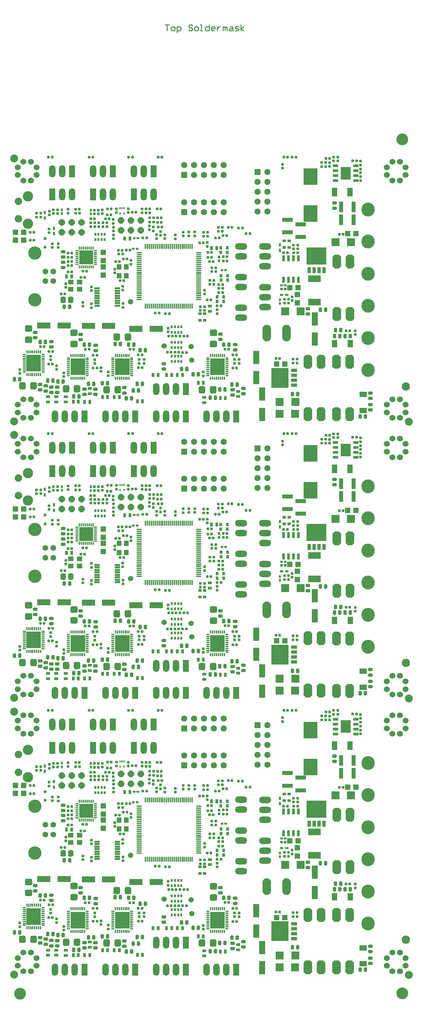
<source format=gts>
G04 Layer_Color=8388736*
%FSLAX24Y24*%
%MOIN*%
G70*
G01*
G75*
%ADD12C,0.0100*%
%ADD43C,0.0600*%
%ADD122C,0.0300*%
%ADD129C,0.0840*%
%ADD214C,0.0631*%
%ADD215R,0.0530X0.0170*%
%ADD216R,0.0460X0.0130*%
G04:AMPARAMS|DCode=217|XSize=118.7mil|YSize=118.7mil|CornerRadius=59.4mil|HoleSize=0mil|Usage=FLASHONLY|Rotation=90.000|XOffset=0mil|YOffset=0mil|HoleType=Round|Shape=RoundedRectangle|*
%AMROUNDEDRECTD217*
21,1,0.1187,0.0000,0,0,90.0*
21,1,0.0000,0.1187,0,0,90.0*
1,1,0.1187,0.0000,0.0000*
1,1,0.1187,0.0000,0.0000*
1,1,0.1187,0.0000,0.0000*
1,1,0.1187,0.0000,0.0000*
%
%ADD217ROUNDEDRECTD217*%
%ADD218R,0.0414X0.1103*%
G04:AMPARAMS|DCode=219|XSize=26mil|YSize=28mil|CornerRadius=6.4mil|HoleSize=0mil|Usage=FLASHONLY|Rotation=270.000|XOffset=0mil|YOffset=0mil|HoleType=Round|Shape=RoundedRectangle|*
%AMROUNDEDRECTD219*
21,1,0.0260,0.0152,0,0,270.0*
21,1,0.0132,0.0280,0,0,270.0*
1,1,0.0128,-0.0076,-0.0066*
1,1,0.0128,-0.0076,0.0066*
1,1,0.0128,0.0076,0.0066*
1,1,0.0128,0.0076,-0.0066*
%
%ADD219ROUNDEDRECTD219*%
G04:AMPARAMS|DCode=220|XSize=26mil|YSize=28mil|CornerRadius=6.4mil|HoleSize=0mil|Usage=FLASHONLY|Rotation=0.000|XOffset=0mil|YOffset=0mil|HoleType=Round|Shape=RoundedRectangle|*
%AMROUNDEDRECTD220*
21,1,0.0260,0.0152,0,0,0.0*
21,1,0.0132,0.0280,0,0,0.0*
1,1,0.0128,0.0066,-0.0076*
1,1,0.0128,-0.0066,-0.0076*
1,1,0.0128,-0.0066,0.0076*
1,1,0.0128,0.0066,0.0076*
%
%ADD220ROUNDEDRECTD220*%
%ADD221R,0.1103X0.0414*%
G04:AMPARAMS|DCode=222|XSize=33.1mil|YSize=43.4mil|CornerRadius=7.8mil|HoleSize=0mil|Usage=FLASHONLY|Rotation=90.000|XOffset=0mil|YOffset=0mil|HoleType=Round|Shape=RoundedRectangle|*
%AMROUNDEDRECTD222*
21,1,0.0331,0.0277,0,0,90.0*
21,1,0.0175,0.0434,0,0,90.0*
1,1,0.0157,0.0139,0.0087*
1,1,0.0157,0.0139,-0.0087*
1,1,0.0157,-0.0139,-0.0087*
1,1,0.0157,-0.0139,0.0087*
%
%ADD222ROUNDEDRECTD222*%
%ADD223R,0.0237X0.0257*%
%ADD224R,0.0257X0.0237*%
G04:AMPARAMS|DCode=225|XSize=27.6mil|YSize=28mil|CornerRadius=6.7mil|HoleSize=0mil|Usage=FLASHONLY|Rotation=90.000|XOffset=0mil|YOffset=0mil|HoleType=Round|Shape=RoundedRectangle|*
%AMROUNDEDRECTD225*
21,1,0.0276,0.0146,0,0,90.0*
21,1,0.0142,0.0280,0,0,90.0*
1,1,0.0134,0.0073,0.0071*
1,1,0.0134,0.0073,-0.0071*
1,1,0.0134,-0.0073,-0.0071*
1,1,0.0134,-0.0073,0.0071*
%
%ADD225ROUNDEDRECTD225*%
G04:AMPARAMS|DCode=226|XSize=15mil|YSize=35.4mil|CornerRadius=6.4mil|HoleSize=0mil|Usage=FLASHONLY|Rotation=180.000|XOffset=0mil|YOffset=0mil|HoleType=Round|Shape=RoundedRectangle|*
%AMROUNDEDRECTD226*
21,1,0.0150,0.0227,0,0,180.0*
21,1,0.0022,0.0354,0,0,180.0*
1,1,0.0128,-0.0011,0.0113*
1,1,0.0128,0.0011,0.0113*
1,1,0.0128,0.0011,-0.0113*
1,1,0.0128,-0.0011,-0.0113*
%
%ADD226ROUNDEDRECTD226*%
G04:AMPARAMS|DCode=227|XSize=15mil|YSize=35.4mil|CornerRadius=6.4mil|HoleSize=0mil|Usage=FLASHONLY|Rotation=270.000|XOffset=0mil|YOffset=0mil|HoleType=Round|Shape=RoundedRectangle|*
%AMROUNDEDRECTD227*
21,1,0.0150,0.0227,0,0,270.0*
21,1,0.0022,0.0354,0,0,270.0*
1,1,0.0128,-0.0113,-0.0011*
1,1,0.0128,-0.0113,0.0011*
1,1,0.0128,0.0113,0.0011*
1,1,0.0128,0.0113,-0.0011*
%
%ADD227ROUNDEDRECTD227*%
%ADD228R,0.1410X0.1410*%
%ADD229O,0.0552X0.0138*%
%ADD230O,0.0138X0.0552*%
%ADD231R,0.0386X0.0304*%
%ADD232R,0.0304X0.0386*%
%ADD233R,0.0320X0.0600*%
%ADD234R,0.2010X0.1740*%
%ADD235R,0.1740X0.2010*%
%ADD236R,0.0600X0.0320*%
G04:AMPARAMS|DCode=237|XSize=33.1mil|YSize=43.4mil|CornerRadius=7.8mil|HoleSize=0mil|Usage=FLASHONLY|Rotation=180.000|XOffset=0mil|YOffset=0mil|HoleType=Round|Shape=RoundedRectangle|*
%AMROUNDEDRECTD237*
21,1,0.0331,0.0277,0,0,180.0*
21,1,0.0175,0.0434,0,0,180.0*
1,1,0.0157,-0.0087,0.0139*
1,1,0.0157,0.0087,0.0139*
1,1,0.0157,0.0087,-0.0139*
1,1,0.0157,-0.0087,-0.0139*
%
%ADD237ROUNDEDRECTD237*%
%ADD238R,0.0591X0.1379*%
%ADD239R,0.1379X0.0591*%
G04:AMPARAMS|DCode=240|XSize=56mil|YSize=64mil|CornerRadius=15mil|HoleSize=0mil|Usage=FLASHONLY|Rotation=180.000|XOffset=0mil|YOffset=0mil|HoleType=Round|Shape=RoundedRectangle|*
%AMROUNDEDRECTD240*
21,1,0.0560,0.0340,0,0,180.0*
21,1,0.0260,0.0640,0,0,180.0*
1,1,0.0300,-0.0130,0.0170*
1,1,0.0300,0.0130,0.0170*
1,1,0.0300,0.0130,-0.0170*
1,1,0.0300,-0.0130,-0.0170*
%
%ADD240ROUNDEDRECTD240*%
G04:AMPARAMS|DCode=241|XSize=67mil|YSize=75mil|CornerRadius=17.7mil|HoleSize=0mil|Usage=FLASHONLY|Rotation=180.000|XOffset=0mil|YOffset=0mil|HoleType=Round|Shape=RoundedRectangle|*
%AMROUNDEDRECTD241*
21,1,0.0670,0.0395,0,0,180.0*
21,1,0.0315,0.0750,0,0,180.0*
1,1,0.0355,-0.0158,0.0198*
1,1,0.0355,0.0158,0.0198*
1,1,0.0355,0.0158,-0.0198*
1,1,0.0355,-0.0158,-0.0198*
%
%ADD241ROUNDEDRECTD241*%
G04:AMPARAMS|DCode=242|XSize=67mil|YSize=75mil|CornerRadius=17.7mil|HoleSize=0mil|Usage=FLASHONLY|Rotation=90.000|XOffset=0mil|YOffset=0mil|HoleType=Round|Shape=RoundedRectangle|*
%AMROUNDEDRECTD242*
21,1,0.0670,0.0395,0,0,90.0*
21,1,0.0315,0.0750,0,0,90.0*
1,1,0.0355,0.0198,0.0158*
1,1,0.0355,0.0198,-0.0158*
1,1,0.0355,-0.0198,-0.0158*
1,1,0.0355,-0.0198,0.0158*
%
%ADD242ROUNDEDRECTD242*%
%ADD243R,0.0240X0.0300*%
%ADD244R,0.0540X0.0190*%
G04:AMPARAMS|DCode=245|XSize=80mil|YSize=80mil|CornerRadius=40mil|HoleSize=0mil|Usage=FLASHONLY|Rotation=0.000|XOffset=0mil|YOffset=0mil|HoleType=Round|Shape=RoundedRectangle|*
%AMROUNDEDRECTD245*
21,1,0.0800,0.0000,0,0,0.0*
21,1,0.0000,0.0800,0,0,0.0*
1,1,0.0800,0.0000,0.0000*
1,1,0.0800,0.0000,0.0000*
1,1,0.0800,0.0000,0.0000*
1,1,0.0800,0.0000,0.0000*
%
%ADD245ROUNDEDRECTD245*%
%ADD246R,0.0280X0.0640*%
%ADD247R,0.0520X0.0520*%
%ADD248R,0.0583X0.0749*%
%ADD249R,0.0560X0.0460*%
%ADD250R,0.0276X0.0355*%
%ADD251R,0.0240X0.0320*%
%ADD252R,0.0830X0.0830*%
%ADD253R,0.1300X0.0670*%
%ADD254R,0.0280X0.0280*%
%ADD255R,0.0355X0.0276*%
%ADD256R,0.0520X0.0520*%
%ADD257R,0.0460X0.0560*%
G04:AMPARAMS|DCode=258|XSize=54mil|YSize=54mil|CornerRadius=27mil|HoleSize=0mil|Usage=FLASHONLY|Rotation=270.000|XOffset=0mil|YOffset=0mil|HoleType=Round|Shape=RoundedRectangle|*
%AMROUNDEDRECTD258*
21,1,0.0540,0.0000,0,0,270.0*
21,1,0.0000,0.0540,0,0,270.0*
1,1,0.0540,0.0000,0.0000*
1,1,0.0540,0.0000,0.0000*
1,1,0.0540,0.0000,0.0000*
1,1,0.0540,0.0000,0.0000*
%
%ADD258ROUNDEDRECTD258*%
%ADD259R,0.0749X0.0583*%
%ADD260R,0.1457X0.1654*%
%ADD261O,0.0138X0.0375*%
%ADD262O,0.0375X0.0138*%
%ADD263R,0.0320X0.0240*%
%ADD264R,0.0158X0.0217*%
%ADD265R,0.1418X0.1654*%
%ADD266R,0.0985X0.1260*%
%ADD267R,0.0532X0.0257*%
%ADD268R,0.0540X0.0870*%
%ADD269R,0.0631X0.0631*%
%ADD270C,0.0631*%
%ADD271O,0.0640X0.1240*%
%ADD272R,0.0640X0.1240*%
%ADD273O,0.1340X0.1400*%
%ADD274R,0.0631X0.0631*%
%ADD275O,0.1240X0.0640*%
%ADD276O,0.0865X0.1690*%
%ADD277P,0.0714X8X22.5*%
%ADD278C,0.1345*%
%ADD279C,0.0580*%
%ADD280C,0.1040*%
%ADD281P,0.0801X8X292.5*%
G04:AMPARAMS|DCode=282|XSize=137mil|YSize=87mil|CornerRadius=0mil|HoleSize=0mil|Usage=FLASHONLY|Rotation=270.000|XOffset=0mil|YOffset=0mil|HoleType=Round|Shape=Octagon|*
%AMOCTAGOND282*
4,1,8,-0.0217,-0.0685,0.0217,-0.0685,0.0435,-0.0467,0.0435,0.0467,0.0217,0.0685,-0.0217,0.0685,-0.0435,0.0467,-0.0435,-0.0467,-0.0217,-0.0685,0.0*
%
%ADD282OCTAGOND282*%

%ADD283C,0.0100*%
G54D12*
X18478Y99328D02*
X18878D01*
X18678D01*
Y98728D01*
X19178D02*
X19378D01*
X19478Y98828D01*
Y99028D01*
X19378Y99128D01*
X19178D01*
X19078Y99028D01*
Y98828D01*
X19178Y98728D01*
X19678Y98528D02*
Y99128D01*
X19978D01*
X20078Y99028D01*
Y98828D01*
X19978Y98728D01*
X19678D01*
X21277Y99228D02*
X21177Y99328D01*
X20978D01*
X20878Y99228D01*
Y99128D01*
X20978Y99028D01*
X21177D01*
X21277Y98928D01*
Y98828D01*
X21177Y98728D01*
X20978D01*
X20878Y98828D01*
X21577Y98728D02*
X21777D01*
X21877Y98828D01*
Y99028D01*
X21777Y99128D01*
X21577D01*
X21477Y99028D01*
Y98828D01*
X21577Y98728D01*
X22077D02*
X22277D01*
X22177D01*
Y99328D01*
X22077D01*
X22977D02*
Y98728D01*
X22677D01*
X22577Y98828D01*
Y99028D01*
X22677Y99128D01*
X22977D01*
X23477Y98728D02*
X23277D01*
X23177Y98828D01*
Y99028D01*
X23277Y99128D01*
X23477D01*
X23577Y99028D01*
Y98928D01*
X23177D01*
X23777Y99128D02*
Y98728D01*
Y98928D01*
X23877Y99028D01*
X23977Y99128D01*
X24077D01*
X24376Y98728D02*
Y99128D01*
X24476D01*
X24576Y99028D01*
Y98728D01*
Y99028D01*
X24676Y99128D01*
X24776Y99028D01*
Y98728D01*
X25076Y99128D02*
X25276D01*
X25376Y99028D01*
Y98728D01*
X25076D01*
X24976Y98828D01*
X25076Y98928D01*
X25376D01*
X25576Y98728D02*
X25876D01*
X25976Y98828D01*
X25876Y98928D01*
X25676D01*
X25576Y99028D01*
X25676Y99128D01*
X25976D01*
X26176Y98728D02*
Y99328D01*
Y98928D02*
X26476Y99128D01*
X26176Y98928D02*
X26476Y98728D01*
G54D43*
X42857Y4117D02*
D03*
Y4904D02*
D03*
X42306Y5455D02*
D03*
X41518D02*
D03*
X40967Y4904D02*
D03*
Y4117D02*
D03*
X41518Y3566D02*
D03*
X42306D02*
D03*
X42857Y28132D02*
D03*
Y28920D02*
D03*
X42306Y29471D02*
D03*
X41518D02*
D03*
X40967Y28920D02*
D03*
Y28132D02*
D03*
X41518Y27581D02*
D03*
X42306D02*
D03*
X5455Y28132D02*
D03*
Y28920D02*
D03*
X4904Y29471D02*
D03*
X4117D02*
D03*
X3566Y28920D02*
D03*
Y28132D02*
D03*
X4117Y27581D02*
D03*
X4904D02*
D03*
X5455Y4117D02*
D03*
Y4904D02*
D03*
X4904Y5455D02*
D03*
X4117D02*
D03*
X3566Y4904D02*
D03*
Y4117D02*
D03*
X4117Y3566D02*
D03*
X4904D02*
D03*
X42857Y32109D02*
D03*
Y32896D02*
D03*
X42306Y33447D02*
D03*
X41518D02*
D03*
X40967Y32896D02*
D03*
Y32109D02*
D03*
X41518Y31558D02*
D03*
X42306D02*
D03*
X42857Y56125D02*
D03*
Y56912D02*
D03*
X42306Y57463D02*
D03*
X41518D02*
D03*
X40967Y56912D02*
D03*
Y56125D02*
D03*
X41518Y55573D02*
D03*
X42306D02*
D03*
X5455Y56125D02*
D03*
Y56912D02*
D03*
X4904Y57463D02*
D03*
X4117D02*
D03*
X3566Y56912D02*
D03*
Y56125D02*
D03*
X4117Y55573D02*
D03*
X4904D02*
D03*
X5455Y32109D02*
D03*
Y32896D02*
D03*
X4904Y33447D02*
D03*
X4117D02*
D03*
X3566Y32896D02*
D03*
Y32109D02*
D03*
X4117Y31558D02*
D03*
X4904D02*
D03*
X42857Y60101D02*
D03*
Y60888D02*
D03*
X42306Y61440D02*
D03*
X41518D02*
D03*
X40967Y60888D02*
D03*
Y60101D02*
D03*
X41518Y59550D02*
D03*
X42306D02*
D03*
X42857Y84117D02*
D03*
Y84904D02*
D03*
X42306Y85455D02*
D03*
X41518D02*
D03*
X40967Y84904D02*
D03*
Y84117D02*
D03*
X41518Y83566D02*
D03*
X42306D02*
D03*
X5455Y84117D02*
D03*
Y84904D02*
D03*
X4904Y85455D02*
D03*
X4117D02*
D03*
X3566Y84904D02*
D03*
Y84117D02*
D03*
X4117Y83566D02*
D03*
X4904D02*
D03*
X5455Y60101D02*
D03*
Y60888D02*
D03*
X4904Y61440D02*
D03*
X4117D02*
D03*
X3566Y60888D02*
D03*
Y60101D02*
D03*
X4117Y59550D02*
D03*
X4904D02*
D03*
G54D122*
X10499Y19799D02*
D03*
Y20173D02*
D03*
X10123Y20177D02*
D03*
X10127Y19799D02*
D03*
X10125Y19416D02*
D03*
X10499Y19425D02*
D03*
X10873D02*
D03*
Y19799D02*
D03*
Y20173D02*
D03*
X34229Y19363D02*
D03*
X34629D02*
D03*
Y19763D02*
D03*
X34229D02*
D03*
Y20163D02*
D03*
X34629D02*
D03*
Y20563D02*
D03*
X34229D02*
D03*
X33429D02*
D03*
X33029D02*
D03*
Y20163D02*
D03*
X33429D02*
D03*
Y19763D02*
D03*
X33029D02*
D03*
Y19363D02*
D03*
X33429D02*
D03*
X33829D02*
D03*
Y19763D02*
D03*
Y20563D02*
D03*
Y20163D02*
D03*
X29907Y7616D02*
D03*
X29507D02*
D03*
X30307D02*
D03*
X30707D02*
D03*
Y7216D02*
D03*
Y6816D02*
D03*
X30307D02*
D03*
Y7216D02*
D03*
X29907D02*
D03*
Y6816D02*
D03*
X29507D02*
D03*
Y7216D02*
D03*
Y8016D02*
D03*
Y8416D02*
D03*
X29907D02*
D03*
Y8016D02*
D03*
X30307D02*
D03*
Y8416D02*
D03*
X30707D02*
D03*
Y8016D02*
D03*
X4743Y9750D02*
D03*
X5609Y8450D02*
D03*
X5176D02*
D03*
X4743D02*
D03*
X5609Y8883D02*
D03*
X5176D02*
D03*
X4743D02*
D03*
X5609Y9316D02*
D03*
X5176D02*
D03*
X4743D02*
D03*
X5609Y9750D02*
D03*
X5176D02*
D03*
X9649Y9390D02*
D03*
X10082D02*
D03*
X9216Y8956D02*
D03*
X9649D02*
D03*
X10082D02*
D03*
X9216Y8523D02*
D03*
X9649D02*
D03*
X10082D02*
D03*
X9216Y8090D02*
D03*
X9649D02*
D03*
X10082D02*
D03*
X9216Y9390D02*
D03*
X13716D02*
D03*
X14582Y8090D02*
D03*
X14149D02*
D03*
X13716D02*
D03*
X14582Y8523D02*
D03*
X14149D02*
D03*
X13716D02*
D03*
X14582Y8956D02*
D03*
X14149D02*
D03*
X13716D02*
D03*
X14582Y9390D02*
D03*
X14149D02*
D03*
X23789D02*
D03*
X24222D02*
D03*
X23356Y8956D02*
D03*
X23789D02*
D03*
X24222D02*
D03*
X23356Y8523D02*
D03*
X23789D02*
D03*
X24222D02*
D03*
X23356Y8090D02*
D03*
X23789D02*
D03*
X24222D02*
D03*
X23356Y9390D02*
D03*
X10499Y47792D02*
D03*
Y48166D02*
D03*
X10123Y48169D02*
D03*
X10127Y47792D02*
D03*
X10125Y47408D02*
D03*
X10499Y47417D02*
D03*
X10873D02*
D03*
Y47792D02*
D03*
Y48166D02*
D03*
X34229Y47355D02*
D03*
X34629D02*
D03*
Y47755D02*
D03*
X34229D02*
D03*
Y48155D02*
D03*
X34629D02*
D03*
Y48555D02*
D03*
X34229D02*
D03*
X33429D02*
D03*
X33029D02*
D03*
Y48155D02*
D03*
X33429D02*
D03*
Y47755D02*
D03*
X33029D02*
D03*
Y47355D02*
D03*
X33429D02*
D03*
X33829D02*
D03*
Y47755D02*
D03*
Y48555D02*
D03*
Y48155D02*
D03*
X29907Y35608D02*
D03*
X29507D02*
D03*
X30307D02*
D03*
X30707D02*
D03*
Y35208D02*
D03*
Y34808D02*
D03*
X30307D02*
D03*
Y35208D02*
D03*
X29907D02*
D03*
Y34808D02*
D03*
X29507D02*
D03*
Y35208D02*
D03*
Y36008D02*
D03*
Y36408D02*
D03*
X29907D02*
D03*
Y36008D02*
D03*
X30307D02*
D03*
Y36408D02*
D03*
X30707D02*
D03*
Y36008D02*
D03*
X4743Y37742D02*
D03*
X5609Y36442D02*
D03*
X5176D02*
D03*
X4743D02*
D03*
X5609Y36876D02*
D03*
X5176D02*
D03*
X4743D02*
D03*
X5609Y37309D02*
D03*
X5176D02*
D03*
X4743D02*
D03*
X5609Y37742D02*
D03*
X5176D02*
D03*
X9649Y37382D02*
D03*
X10082D02*
D03*
X9216Y36949D02*
D03*
X9649D02*
D03*
X10082D02*
D03*
X9216Y36516D02*
D03*
X9649D02*
D03*
X10082D02*
D03*
X9216Y36082D02*
D03*
X9649D02*
D03*
X10082D02*
D03*
X9216Y37382D02*
D03*
X13716D02*
D03*
X14582Y36082D02*
D03*
X14149D02*
D03*
X13716D02*
D03*
X14582Y36516D02*
D03*
X14149D02*
D03*
X13716D02*
D03*
X14582Y36949D02*
D03*
X14149D02*
D03*
X13716D02*
D03*
X14582Y37382D02*
D03*
X14149D02*
D03*
X23789D02*
D03*
X24222D02*
D03*
X23356Y36949D02*
D03*
X23789D02*
D03*
X24222D02*
D03*
X23356Y36516D02*
D03*
X23789D02*
D03*
X24222D02*
D03*
X23356Y36082D02*
D03*
X23789D02*
D03*
X24222D02*
D03*
X23356Y37382D02*
D03*
X10499Y75784D02*
D03*
Y76158D02*
D03*
X10123Y76161D02*
D03*
X10127Y75784D02*
D03*
X10125Y75400D02*
D03*
X10499Y75410D02*
D03*
X10873D02*
D03*
Y75784D02*
D03*
Y76158D02*
D03*
X34229Y75348D02*
D03*
X34629D02*
D03*
Y75748D02*
D03*
X34229D02*
D03*
Y76148D02*
D03*
X34629D02*
D03*
Y76548D02*
D03*
X34229D02*
D03*
X33429D02*
D03*
X33029D02*
D03*
Y76148D02*
D03*
X33429D02*
D03*
Y75748D02*
D03*
X33029D02*
D03*
Y75348D02*
D03*
X33429D02*
D03*
X33829D02*
D03*
Y75748D02*
D03*
Y76548D02*
D03*
Y76148D02*
D03*
X29907Y63600D02*
D03*
X29507D02*
D03*
X30307D02*
D03*
X30707D02*
D03*
Y63200D02*
D03*
Y62800D02*
D03*
X30307D02*
D03*
Y63200D02*
D03*
X29907D02*
D03*
Y62800D02*
D03*
X29507D02*
D03*
Y63200D02*
D03*
Y64000D02*
D03*
Y64400D02*
D03*
X29907D02*
D03*
Y64000D02*
D03*
X30307D02*
D03*
Y64400D02*
D03*
X30707D02*
D03*
Y64000D02*
D03*
X4743Y65734D02*
D03*
X5609Y64435D02*
D03*
X5176D02*
D03*
X4743D02*
D03*
X5609Y64868D02*
D03*
X5176D02*
D03*
X4743D02*
D03*
X5609Y65301D02*
D03*
X5176D02*
D03*
X4743D02*
D03*
X5609Y65734D02*
D03*
X5176D02*
D03*
X9649Y65374D02*
D03*
X10082D02*
D03*
X9216Y64941D02*
D03*
X9649D02*
D03*
X10082D02*
D03*
X9216Y64508D02*
D03*
X9649D02*
D03*
X10082D02*
D03*
X9216Y64075D02*
D03*
X9649D02*
D03*
X10082D02*
D03*
X9216Y65374D02*
D03*
X13716D02*
D03*
X14582Y64075D02*
D03*
X14149D02*
D03*
X13716D02*
D03*
X14582Y64508D02*
D03*
X14149D02*
D03*
X13716D02*
D03*
X14582Y64941D02*
D03*
X14149D02*
D03*
X13716D02*
D03*
X14582Y65374D02*
D03*
X14149D02*
D03*
X23789D02*
D03*
X24222D02*
D03*
X23356Y64941D02*
D03*
X23789D02*
D03*
X24222D02*
D03*
X23356Y64508D02*
D03*
X23789D02*
D03*
X24222D02*
D03*
X23356Y64075D02*
D03*
X23789D02*
D03*
X24222D02*
D03*
X23356Y65374D02*
D03*
G54D129*
X42906Y6754D02*
D03*
Y34747D02*
D03*
Y62739D02*
D03*
G54D214*
X28866Y24456D02*
D03*
Y25456D02*
D03*
Y26456D02*
D03*
Y27456D02*
D03*
Y28456D02*
D03*
Y52449D02*
D03*
Y53449D02*
D03*
Y54449D02*
D03*
Y55449D02*
D03*
Y56449D02*
D03*
Y80441D02*
D03*
Y81441D02*
D03*
Y82441D02*
D03*
Y83441D02*
D03*
Y84441D02*
D03*
G54D215*
X11596Y16675D02*
D03*
Y16425D02*
D03*
X11596Y16175D02*
D03*
Y15925D02*
D03*
X11596Y15675D02*
D03*
X11596Y15425D02*
D03*
Y15175D02*
D03*
X11596Y14925D02*
D03*
X13646Y14925D02*
D03*
X13646Y15175D02*
D03*
X13646Y15425D02*
D03*
X13646Y15675D02*
D03*
X13646Y15925D02*
D03*
X13646Y16175D02*
D03*
X13646Y16425D02*
D03*
X13646Y16675D02*
D03*
X11596Y44667D02*
D03*
Y44417D02*
D03*
X11596Y44167D02*
D03*
Y43917D02*
D03*
X11596Y43667D02*
D03*
X11596Y43417D02*
D03*
Y43167D02*
D03*
X11596Y42917D02*
D03*
X13646Y42917D02*
D03*
X13646Y43167D02*
D03*
X13646Y43417D02*
D03*
X13646Y43667D02*
D03*
X13646Y43917D02*
D03*
X13646Y44167D02*
D03*
X13646Y44417D02*
D03*
X13646Y44667D02*
D03*
X11596Y72659D02*
D03*
Y72409D02*
D03*
X11596Y72159D02*
D03*
Y71909D02*
D03*
X11596Y71659D02*
D03*
X11596Y71409D02*
D03*
Y71159D02*
D03*
X11596Y70909D02*
D03*
X13646Y70909D02*
D03*
X13646Y71159D02*
D03*
X13646Y71409D02*
D03*
X13646Y71659D02*
D03*
X13646Y71909D02*
D03*
X13646Y72159D02*
D03*
X13646Y72409D02*
D03*
X13646Y72659D02*
D03*
G54D216*
X11601Y16675D02*
D03*
X11601Y16425D02*
D03*
X11601Y16175D02*
D03*
Y15925D02*
D03*
X11601Y15675D02*
D03*
X11601Y15425D02*
D03*
Y15175D02*
D03*
X11601Y14925D02*
D03*
X13641D02*
D03*
X13641Y15175D02*
D03*
Y15425D02*
D03*
X13641Y15675D02*
D03*
X13641Y15925D02*
D03*
X13641Y16175D02*
D03*
X13641Y16425D02*
D03*
X13641Y16675D02*
D03*
X11601Y44667D02*
D03*
X11601Y44417D02*
D03*
X11601Y44167D02*
D03*
Y43917D02*
D03*
X11601Y43667D02*
D03*
X11601Y43417D02*
D03*
Y43167D02*
D03*
X11601Y42917D02*
D03*
X13641D02*
D03*
X13641Y43167D02*
D03*
Y43417D02*
D03*
X13641Y43667D02*
D03*
X13641Y43917D02*
D03*
X13641Y44167D02*
D03*
X13641Y44417D02*
D03*
X13641Y44667D02*
D03*
X11601Y72659D02*
D03*
X11601Y72409D02*
D03*
X11601Y72159D02*
D03*
Y71909D02*
D03*
X11601Y71659D02*
D03*
X11601Y71409D02*
D03*
Y71159D02*
D03*
X11601Y70909D02*
D03*
X13641D02*
D03*
X13641Y71159D02*
D03*
Y71409D02*
D03*
X13641Y71659D02*
D03*
X13641Y71909D02*
D03*
X13641Y72159D02*
D03*
X13641Y72409D02*
D03*
X13641Y72659D02*
D03*
G54D217*
X3789Y1289D02*
D03*
X42528Y1328D02*
D03*
Y87726D02*
D03*
G54D218*
X36330Y24909D02*
D03*
X37609D02*
D03*
X36330Y23609D02*
D03*
X37609D02*
D03*
X36330Y52902D02*
D03*
X37609D02*
D03*
X36330Y51602D02*
D03*
X37609D02*
D03*
X36330Y80894D02*
D03*
X37609D02*
D03*
X36330Y79594D02*
D03*
X37609D02*
D03*
G54D219*
X35149Y29001D02*
D03*
Y29378D02*
D03*
X38299Y27968D02*
D03*
Y27591D02*
D03*
X35989Y29948D02*
D03*
Y29571D02*
D03*
X38289Y29528D02*
D03*
Y29149D02*
D03*
X16149Y24320D02*
D03*
Y24699D02*
D03*
X22049Y14816D02*
D03*
Y14439D02*
D03*
X22369Y7822D02*
D03*
Y8199D02*
D03*
X25519Y9089D02*
D03*
Y9466D02*
D03*
X12729Y7842D02*
D03*
Y8219D02*
D03*
X15869Y9466D02*
D03*
Y9089D02*
D03*
X8219Y7732D02*
D03*
Y8109D02*
D03*
X11369Y9079D02*
D03*
Y9456D02*
D03*
X7045Y21189D02*
D03*
Y20812D02*
D03*
X11026Y16823D02*
D03*
Y16446D02*
D03*
X14205Y16505D02*
D03*
Y16882D02*
D03*
X14215Y14756D02*
D03*
Y15133D02*
D03*
X11036Y15104D02*
D03*
Y14727D02*
D03*
X19529Y21692D02*
D03*
Y22069D02*
D03*
X13379Y18606D02*
D03*
Y18229D02*
D03*
X8429Y16762D02*
D03*
Y17139D02*
D03*
X5469Y23889D02*
D03*
Y24266D02*
D03*
X22499Y16492D02*
D03*
Y16115D02*
D03*
X15029Y19496D02*
D03*
Y19119D02*
D03*
X6909Y9449D02*
D03*
Y9826D02*
D03*
X3759Y8072D02*
D03*
Y8449D02*
D03*
X30409Y29219D02*
D03*
Y28842D02*
D03*
X12608Y23300D02*
D03*
Y22921D02*
D03*
X7165Y24228D02*
D03*
Y24607D02*
D03*
X11733Y24590D02*
D03*
Y24211D02*
D03*
X13229Y23259D02*
D03*
Y23638D02*
D03*
X10152Y15241D02*
D03*
Y14862D02*
D03*
X22479Y14439D02*
D03*
Y14818D02*
D03*
X23929Y16680D02*
D03*
Y17059D02*
D03*
X31929Y20680D02*
D03*
Y21059D02*
D03*
X16909Y22989D02*
D03*
Y22610D02*
D03*
X13559Y24340D02*
D03*
Y24719D02*
D03*
X13269Y22079D02*
D03*
Y21702D02*
D03*
X11774Y22921D02*
D03*
Y23298D02*
D03*
X11364Y22921D02*
D03*
Y23298D02*
D03*
X25999Y9469D02*
D03*
Y9090D02*
D03*
X16349D02*
D03*
Y9469D02*
D03*
X11979Y8659D02*
D03*
Y8280D02*
D03*
X38289Y28748D02*
D03*
Y28369D02*
D03*
X35569Y29948D02*
D03*
Y29569D02*
D03*
X18039Y22419D02*
D03*
Y22040D02*
D03*
X23969Y19858D02*
D03*
Y19479D02*
D03*
X23769Y14119D02*
D03*
Y14498D02*
D03*
X24339Y16680D02*
D03*
Y17059D02*
D03*
X17289Y22868D02*
D03*
Y22489D02*
D03*
X7645Y20809D02*
D03*
Y21188D02*
D03*
X31369Y15439D02*
D03*
Y15818D02*
D03*
X22769Y21299D02*
D03*
Y20920D02*
D03*
X6729Y22301D02*
D03*
Y22680D02*
D03*
X5879Y24268D02*
D03*
Y23889D02*
D03*
X7489Y8859D02*
D03*
Y8480D02*
D03*
X18449Y21710D02*
D03*
Y22089D02*
D03*
X31509Y20679D02*
D03*
Y21058D02*
D03*
X18782Y12272D02*
D03*
Y12651D02*
D03*
X21479Y22369D02*
D03*
Y21990D02*
D03*
X20909Y22369D02*
D03*
Y21990D02*
D03*
X20329Y22359D02*
D03*
Y21980D02*
D03*
X17619Y21719D02*
D03*
Y22098D02*
D03*
X6749Y24111D02*
D03*
Y24488D02*
D03*
X12139Y24232D02*
D03*
Y24609D02*
D03*
X7578Y24228D02*
D03*
Y24607D02*
D03*
X11317Y24208D02*
D03*
Y24587D02*
D03*
X10965Y23300D02*
D03*
Y22921D02*
D03*
X12195Y23300D02*
D03*
Y22921D02*
D03*
X13269Y22859D02*
D03*
Y22480D02*
D03*
X14749Y24331D02*
D03*
Y24708D02*
D03*
X8669Y24289D02*
D03*
Y24666D02*
D03*
X35149Y56993D02*
D03*
Y57370D02*
D03*
X38299Y55960D02*
D03*
Y55583D02*
D03*
X35989Y57940D02*
D03*
Y57563D02*
D03*
X38289Y57520D02*
D03*
Y57141D02*
D03*
X16149Y52313D02*
D03*
Y52691D02*
D03*
X22049Y42808D02*
D03*
Y42432D02*
D03*
X22369Y35814D02*
D03*
Y36191D02*
D03*
X25519Y37081D02*
D03*
Y37459D02*
D03*
X12729Y35835D02*
D03*
Y36212D02*
D03*
X15869Y37459D02*
D03*
Y37081D02*
D03*
X8219Y35724D02*
D03*
Y36102D02*
D03*
X11369Y37071D02*
D03*
Y37448D02*
D03*
X7045Y49181D02*
D03*
Y48804D02*
D03*
X11026Y44816D02*
D03*
Y44439D02*
D03*
X14205Y44498D02*
D03*
Y44875D02*
D03*
X14215Y42748D02*
D03*
Y43125D02*
D03*
X11036Y43096D02*
D03*
Y42719D02*
D03*
X19529Y49685D02*
D03*
Y50061D02*
D03*
X13379Y46599D02*
D03*
Y46221D02*
D03*
X8429Y44755D02*
D03*
Y45132D02*
D03*
X5469Y51881D02*
D03*
Y52259D02*
D03*
X22499Y44484D02*
D03*
Y44107D02*
D03*
X15029Y47488D02*
D03*
Y47112D02*
D03*
X6909Y37441D02*
D03*
Y37819D02*
D03*
X3759Y36065D02*
D03*
Y36442D02*
D03*
X30409Y57211D02*
D03*
Y56835D02*
D03*
X12608Y51292D02*
D03*
Y50913D02*
D03*
X7165Y52221D02*
D03*
Y52600D02*
D03*
X11733Y52582D02*
D03*
Y52203D02*
D03*
X13229Y51252D02*
D03*
Y51630D02*
D03*
X10152Y43233D02*
D03*
Y42854D02*
D03*
X22479Y42432D02*
D03*
Y42810D02*
D03*
X23929Y44673D02*
D03*
Y45051D02*
D03*
X31929Y48673D02*
D03*
Y49051D02*
D03*
X16909Y50981D02*
D03*
Y50603D02*
D03*
X13559Y52333D02*
D03*
Y52712D02*
D03*
X13269Y50072D02*
D03*
Y49694D02*
D03*
X11774Y50913D02*
D03*
Y51290D02*
D03*
X11364Y50913D02*
D03*
Y51290D02*
D03*
X25999Y37462D02*
D03*
Y37083D02*
D03*
X16349D02*
D03*
Y37462D02*
D03*
X11979Y36651D02*
D03*
Y36273D02*
D03*
X38289Y56740D02*
D03*
Y56361D02*
D03*
X35569Y57940D02*
D03*
Y57561D02*
D03*
X18039Y50412D02*
D03*
Y50033D02*
D03*
X23969Y47850D02*
D03*
Y47471D02*
D03*
X23769Y42112D02*
D03*
Y42490D02*
D03*
X24339Y44673D02*
D03*
Y45051D02*
D03*
X17289Y50860D02*
D03*
Y50482D02*
D03*
X7645Y48802D02*
D03*
Y49181D02*
D03*
X31369Y43432D02*
D03*
Y43810D02*
D03*
X22769Y49291D02*
D03*
Y48912D02*
D03*
X6729Y50294D02*
D03*
Y50673D02*
D03*
X5879Y52260D02*
D03*
Y51881D02*
D03*
X7489Y36851D02*
D03*
Y36473D02*
D03*
X18449Y49703D02*
D03*
Y50082D02*
D03*
X31509Y48671D02*
D03*
Y49050D02*
D03*
X18782Y40264D02*
D03*
Y40643D02*
D03*
X21479Y50361D02*
D03*
Y49983D02*
D03*
X20909Y50361D02*
D03*
Y49983D02*
D03*
X20329Y50352D02*
D03*
Y49973D02*
D03*
X17619Y49711D02*
D03*
Y50090D02*
D03*
X6749Y52103D02*
D03*
Y52480D02*
D03*
X12139Y52224D02*
D03*
Y52601D02*
D03*
X7578Y52221D02*
D03*
Y52600D02*
D03*
X11317Y52200D02*
D03*
Y52579D02*
D03*
X10965Y51292D02*
D03*
Y50913D02*
D03*
X12195Y51292D02*
D03*
Y50913D02*
D03*
X13269Y50851D02*
D03*
Y50473D02*
D03*
X14749Y52323D02*
D03*
Y52700D02*
D03*
X8669Y52281D02*
D03*
Y52659D02*
D03*
X35149Y84985D02*
D03*
Y85362D02*
D03*
X38299Y83952D02*
D03*
Y83575D02*
D03*
X35989Y85932D02*
D03*
Y85555D02*
D03*
X38289Y85513D02*
D03*
Y85134D02*
D03*
X16149Y80305D02*
D03*
Y80684D02*
D03*
X22049Y70801D02*
D03*
Y70424D02*
D03*
X22369Y63807D02*
D03*
Y64184D02*
D03*
X25519Y65074D02*
D03*
Y65451D02*
D03*
X12729Y63827D02*
D03*
Y64204D02*
D03*
X15869Y65451D02*
D03*
Y65074D02*
D03*
X8219Y63717D02*
D03*
Y64094D02*
D03*
X11369Y65064D02*
D03*
Y65441D02*
D03*
X7045Y77174D02*
D03*
Y76797D02*
D03*
X11026Y72808D02*
D03*
Y72431D02*
D03*
X14205Y72490D02*
D03*
Y72867D02*
D03*
X14215Y70740D02*
D03*
Y71117D02*
D03*
X11036Y71088D02*
D03*
Y70711D02*
D03*
X19529Y77677D02*
D03*
Y78054D02*
D03*
X13379Y74591D02*
D03*
Y74214D02*
D03*
X8429Y72747D02*
D03*
Y73124D02*
D03*
X5469Y79874D02*
D03*
Y80251D02*
D03*
X22499Y72476D02*
D03*
Y72099D02*
D03*
X15029Y75481D02*
D03*
Y75104D02*
D03*
X6909Y65434D02*
D03*
Y65811D02*
D03*
X3759Y64057D02*
D03*
Y64434D02*
D03*
X30409Y85204D02*
D03*
Y84827D02*
D03*
X12608Y79284D02*
D03*
Y78906D02*
D03*
X7165Y80213D02*
D03*
Y80592D02*
D03*
X11733Y80574D02*
D03*
Y80195D02*
D03*
X13229Y79244D02*
D03*
Y79623D02*
D03*
X10152Y71225D02*
D03*
Y70846D02*
D03*
X22479Y70424D02*
D03*
Y70803D02*
D03*
X23929Y72665D02*
D03*
Y73044D02*
D03*
X31929Y76665D02*
D03*
Y77044D02*
D03*
X16909Y78974D02*
D03*
Y78595D02*
D03*
X13559Y80325D02*
D03*
Y80704D02*
D03*
X13269Y78064D02*
D03*
Y77687D02*
D03*
X11774Y78905D02*
D03*
Y79282D02*
D03*
X11364Y78905D02*
D03*
Y79282D02*
D03*
X25999Y65454D02*
D03*
Y65075D02*
D03*
X16349D02*
D03*
Y65454D02*
D03*
X11979Y64644D02*
D03*
Y64265D02*
D03*
X38289Y84733D02*
D03*
Y84354D02*
D03*
X35569Y85933D02*
D03*
Y85554D02*
D03*
X18039Y78404D02*
D03*
Y78025D02*
D03*
X23969Y75843D02*
D03*
Y75464D02*
D03*
X23769Y70104D02*
D03*
Y70483D02*
D03*
X24339Y72665D02*
D03*
Y73044D02*
D03*
X17289Y78853D02*
D03*
Y78474D02*
D03*
X7645Y76794D02*
D03*
Y77173D02*
D03*
X31369Y71424D02*
D03*
Y71803D02*
D03*
X22769Y77283D02*
D03*
Y76904D02*
D03*
X6729Y78286D02*
D03*
Y78665D02*
D03*
X5879Y80253D02*
D03*
Y79874D02*
D03*
X7489Y64844D02*
D03*
Y64465D02*
D03*
X18449Y77695D02*
D03*
Y78074D02*
D03*
X31509Y76664D02*
D03*
Y77043D02*
D03*
X18782Y68256D02*
D03*
Y68635D02*
D03*
X21479Y78354D02*
D03*
Y77975D02*
D03*
X20909Y78354D02*
D03*
Y77975D02*
D03*
X20329Y78344D02*
D03*
Y77965D02*
D03*
X17619Y77704D02*
D03*
Y78083D02*
D03*
X6749Y80095D02*
D03*
Y80472D02*
D03*
X12139Y80217D02*
D03*
Y80594D02*
D03*
X7578Y80213D02*
D03*
Y80592D02*
D03*
X11317Y80192D02*
D03*
Y80571D02*
D03*
X10965Y79284D02*
D03*
Y78905D02*
D03*
X12195Y79284D02*
D03*
Y78906D02*
D03*
X13269Y78844D02*
D03*
Y78465D02*
D03*
X14749Y80315D02*
D03*
Y80692D02*
D03*
X8669Y80274D02*
D03*
Y80651D02*
D03*
G54D220*
X34748Y28989D02*
D03*
X34371D02*
D03*
X34780Y29809D02*
D03*
X35159D02*
D03*
X34370Y29399D02*
D03*
X34749D02*
D03*
X37888Y29589D02*
D03*
X37511D02*
D03*
X23900Y22839D02*
D03*
X24279D02*
D03*
X22788Y22349D02*
D03*
X22409D02*
D03*
X23899Y22429D02*
D03*
X24278D02*
D03*
X22788Y21939D02*
D03*
X22409D02*
D03*
X27088Y22209D02*
D03*
X26709D02*
D03*
X25940Y22789D02*
D03*
X26319D02*
D03*
X36812Y12392D02*
D03*
X37191D02*
D03*
X9815Y24278D02*
D03*
X9436D02*
D03*
X23579Y21789D02*
D03*
X23956D02*
D03*
X25736Y8599D02*
D03*
X25359D02*
D03*
X24549Y10519D02*
D03*
X24926D02*
D03*
X25352Y9929D02*
D03*
X25729D02*
D03*
X15799Y8639D02*
D03*
X16176D02*
D03*
X14919Y10509D02*
D03*
X15296D02*
D03*
X16149Y9929D02*
D03*
X15772D02*
D03*
X11586Y8619D02*
D03*
X11209D02*
D03*
X10409Y10509D02*
D03*
X10786D02*
D03*
X11206Y9919D02*
D03*
X11583D02*
D03*
X23242Y18749D02*
D03*
X23619D02*
D03*
X18719Y10204D02*
D03*
X19096D02*
D03*
X19235Y11838D02*
D03*
X18858D02*
D03*
X19496Y10204D02*
D03*
X19873D02*
D03*
X19983Y11838D02*
D03*
X19606D02*
D03*
X20654Y10194D02*
D03*
X20277D02*
D03*
X20387Y11828D02*
D03*
X20764D02*
D03*
X23199Y20319D02*
D03*
X22822D02*
D03*
X23362Y19392D02*
D03*
X22985D02*
D03*
X13919Y17451D02*
D03*
X14296D02*
D03*
X10523Y18417D02*
D03*
X10146D02*
D03*
X10339Y17769D02*
D03*
X9962D02*
D03*
X8659Y20229D02*
D03*
X9036D02*
D03*
X13482Y19364D02*
D03*
X13859D02*
D03*
X8659Y18989D02*
D03*
X9036D02*
D03*
X7962Y16099D02*
D03*
X8339D02*
D03*
X18539Y14117D02*
D03*
X18916D02*
D03*
X23204Y19806D02*
D03*
X22827D02*
D03*
X7076Y8999D02*
D03*
X6699D02*
D03*
X5849Y10769D02*
D03*
X6226D02*
D03*
X6732Y10279D02*
D03*
X7109D02*
D03*
X18166Y29959D02*
D03*
X17789D02*
D03*
X8659Y18349D02*
D03*
X9036D02*
D03*
X10962Y23711D02*
D03*
X11341D02*
D03*
X14141Y20527D02*
D03*
X13762D02*
D03*
X24360Y22019D02*
D03*
X24739D02*
D03*
X30530Y29959D02*
D03*
X30909D02*
D03*
X31748D02*
D03*
X31369D02*
D03*
X23770Y14899D02*
D03*
X24149D02*
D03*
X23239Y18369D02*
D03*
X23618D02*
D03*
X30609Y15189D02*
D03*
X30988D02*
D03*
X30989Y15589D02*
D03*
X30610D02*
D03*
X16940Y23799D02*
D03*
X17319D02*
D03*
X24389Y19879D02*
D03*
X24768D02*
D03*
X30280Y16619D02*
D03*
X30659D02*
D03*
X8660Y19799D02*
D03*
X9039D02*
D03*
Y19389D02*
D03*
X8660D02*
D03*
X36150Y22159D02*
D03*
X36529D02*
D03*
X21987Y21289D02*
D03*
X22366D02*
D03*
X31473Y9104D02*
D03*
X31852D02*
D03*
X31470Y9509D02*
D03*
X31849D02*
D03*
X29719Y9569D02*
D03*
X30098D02*
D03*
X23940Y16229D02*
D03*
X24319D02*
D03*
X5199Y21539D02*
D03*
X4820D02*
D03*
X24768Y19459D02*
D03*
X24389D02*
D03*
X31919Y20269D02*
D03*
X31540D02*
D03*
X30500D02*
D03*
X30879D02*
D03*
X5202Y22349D02*
D03*
X4823D02*
D03*
X23139Y15514D02*
D03*
X22760D02*
D03*
X23419Y17464D02*
D03*
X23040D02*
D03*
X23419Y17074D02*
D03*
X23040D02*
D03*
X15529Y24369D02*
D03*
X15150D02*
D03*
X17319Y23389D02*
D03*
X16940D02*
D03*
X18109Y23799D02*
D03*
X17730D02*
D03*
X14629Y19649D02*
D03*
X14250D02*
D03*
X17886Y14179D02*
D03*
X17507D02*
D03*
X17779Y22869D02*
D03*
X18158D02*
D03*
X18109Y23339D02*
D03*
X17730D02*
D03*
X16549Y24299D02*
D03*
X16928D02*
D03*
X16619Y21789D02*
D03*
X16240D02*
D03*
X25259Y22859D02*
D03*
X24880D02*
D03*
X16929Y24699D02*
D03*
X16550D02*
D03*
X14188Y20139D02*
D03*
X13811D02*
D03*
X14556Y20532D02*
D03*
X14935D02*
D03*
X9432Y24689D02*
D03*
X9809D02*
D03*
X12828Y23699D02*
D03*
X12451D02*
D03*
X12631Y24119D02*
D03*
X13008D02*
D03*
X6669Y29959D02*
D03*
X7046D02*
D03*
X10779D02*
D03*
X11156D02*
D03*
X14809D02*
D03*
X15186D02*
D03*
X12659Y24719D02*
D03*
X13036D02*
D03*
X18069Y24699D02*
D03*
X17692D02*
D03*
X34748Y56982D02*
D03*
X34371D02*
D03*
X34780Y57801D02*
D03*
X35159D02*
D03*
X34370Y57392D02*
D03*
X34749D02*
D03*
X37888Y57582D02*
D03*
X37511D02*
D03*
X23900Y50831D02*
D03*
X24279D02*
D03*
X22788Y50342D02*
D03*
X22409D02*
D03*
X23899Y50422D02*
D03*
X24278D02*
D03*
X22788Y49932D02*
D03*
X22409D02*
D03*
X27088Y50202D02*
D03*
X26709D02*
D03*
X25940Y50781D02*
D03*
X26319D02*
D03*
X36812Y40384D02*
D03*
X37191D02*
D03*
X9815Y52270D02*
D03*
X9436D02*
D03*
X23579Y49781D02*
D03*
X23956D02*
D03*
X25736Y36591D02*
D03*
X25359D02*
D03*
X24549Y38512D02*
D03*
X24926D02*
D03*
X25352Y37922D02*
D03*
X25729D02*
D03*
X15799Y36632D02*
D03*
X16176D02*
D03*
X14919Y38502D02*
D03*
X15296D02*
D03*
X16149Y37922D02*
D03*
X15772D02*
D03*
X11586Y36611D02*
D03*
X11209D02*
D03*
X10409Y38502D02*
D03*
X10786D02*
D03*
X11206Y37912D02*
D03*
X11583D02*
D03*
X23242Y46741D02*
D03*
X23619D02*
D03*
X18719Y38196D02*
D03*
X19096D02*
D03*
X19235Y39830D02*
D03*
X18858D02*
D03*
X19496Y38196D02*
D03*
X19873D02*
D03*
X19983Y39830D02*
D03*
X19606D02*
D03*
X20654Y38186D02*
D03*
X20277D02*
D03*
X20387Y39820D02*
D03*
X20764D02*
D03*
X23199Y48312D02*
D03*
X22822D02*
D03*
X23362Y47384D02*
D03*
X22985D02*
D03*
X13919Y45444D02*
D03*
X14296D02*
D03*
X10523Y46409D02*
D03*
X10146D02*
D03*
X10339Y45761D02*
D03*
X9962D02*
D03*
X8659Y48222D02*
D03*
X9036D02*
D03*
X13482Y47357D02*
D03*
X13859D02*
D03*
X8659Y46982D02*
D03*
X9036D02*
D03*
X7962Y44092D02*
D03*
X8339D02*
D03*
X18539Y42109D02*
D03*
X18916D02*
D03*
X23204Y47798D02*
D03*
X22827D02*
D03*
X7076Y36992D02*
D03*
X6699D02*
D03*
X5849Y38761D02*
D03*
X6226D02*
D03*
X6732Y38272D02*
D03*
X7109D02*
D03*
X18166Y57951D02*
D03*
X17789D02*
D03*
X8659Y46342D02*
D03*
X9036D02*
D03*
X10962Y51703D02*
D03*
X11341D02*
D03*
X14141Y48519D02*
D03*
X13762D02*
D03*
X24360Y50012D02*
D03*
X24739D02*
D03*
X30530Y57951D02*
D03*
X30909D02*
D03*
X31748D02*
D03*
X31369D02*
D03*
X23770Y42892D02*
D03*
X24149D02*
D03*
X23239Y46361D02*
D03*
X23618D02*
D03*
X30609Y43182D02*
D03*
X30988D02*
D03*
X30989Y43582D02*
D03*
X30610D02*
D03*
X16940Y51792D02*
D03*
X17319D02*
D03*
X24389Y47871D02*
D03*
X24768D02*
D03*
X30280Y44612D02*
D03*
X30659D02*
D03*
X8660Y47792D02*
D03*
X9039D02*
D03*
Y47382D02*
D03*
X8660D02*
D03*
X36150Y50152D02*
D03*
X36529D02*
D03*
X21987Y49281D02*
D03*
X22366D02*
D03*
X31473Y37096D02*
D03*
X31852D02*
D03*
X31470Y37501D02*
D03*
X31849D02*
D03*
X29719Y37562D02*
D03*
X30098D02*
D03*
X23940Y44222D02*
D03*
X24319D02*
D03*
X5199Y49531D02*
D03*
X4820D02*
D03*
X24768Y47452D02*
D03*
X24389D02*
D03*
X31919Y48261D02*
D03*
X31540D02*
D03*
X30500D02*
D03*
X30879D02*
D03*
X5202Y50342D02*
D03*
X4823D02*
D03*
X23139Y43507D02*
D03*
X22760D02*
D03*
X23419Y45457D02*
D03*
X23040D02*
D03*
X23419Y45067D02*
D03*
X23040D02*
D03*
X15529Y52361D02*
D03*
X15150D02*
D03*
X17319Y51382D02*
D03*
X16940D02*
D03*
X18109Y51792D02*
D03*
X17730D02*
D03*
X14629Y47642D02*
D03*
X14250D02*
D03*
X17886Y42172D02*
D03*
X17507D02*
D03*
X17779Y50862D02*
D03*
X18158D02*
D03*
X18109Y51332D02*
D03*
X17730D02*
D03*
X16549Y52291D02*
D03*
X16928D02*
D03*
X16619Y49781D02*
D03*
X16240D02*
D03*
X25259Y50851D02*
D03*
X24880D02*
D03*
X16929Y52691D02*
D03*
X16550D02*
D03*
X14188Y48131D02*
D03*
X13811D02*
D03*
X14556Y48524D02*
D03*
X14935D02*
D03*
X9432Y52681D02*
D03*
X9809D02*
D03*
X12828Y51691D02*
D03*
X12451D02*
D03*
X12631Y52112D02*
D03*
X13008D02*
D03*
X6669Y57951D02*
D03*
X7046D02*
D03*
X10779D02*
D03*
X11156D02*
D03*
X14809D02*
D03*
X15186D02*
D03*
X12659Y52712D02*
D03*
X13036D02*
D03*
X18069Y52691D02*
D03*
X17692D02*
D03*
X34748Y84974D02*
D03*
X34371D02*
D03*
X34780Y85794D02*
D03*
X35159D02*
D03*
X34370Y85384D02*
D03*
X34749D02*
D03*
X37888Y85574D02*
D03*
X37511D02*
D03*
X23900Y78824D02*
D03*
X24279D02*
D03*
X22788Y78334D02*
D03*
X22409D02*
D03*
X23899Y78414D02*
D03*
X24278D02*
D03*
X22788Y77924D02*
D03*
X22409D02*
D03*
X27088Y78194D02*
D03*
X26709D02*
D03*
X25940Y78774D02*
D03*
X26319D02*
D03*
X36812Y68376D02*
D03*
X37191D02*
D03*
X9815Y80263D02*
D03*
X9436D02*
D03*
X23579Y77774D02*
D03*
X23956D02*
D03*
X25736Y64584D02*
D03*
X25359D02*
D03*
X24549Y66504D02*
D03*
X24926D02*
D03*
X25352Y65914D02*
D03*
X25729D02*
D03*
X15799Y64624D02*
D03*
X16176D02*
D03*
X14919Y66494D02*
D03*
X15296D02*
D03*
X16149Y65914D02*
D03*
X15772D02*
D03*
X11586Y64604D02*
D03*
X11209D02*
D03*
X10409Y66494D02*
D03*
X10786D02*
D03*
X11206Y65904D02*
D03*
X11583D02*
D03*
X23242Y74734D02*
D03*
X23619D02*
D03*
X18719Y66188D02*
D03*
X19096D02*
D03*
X19235Y67822D02*
D03*
X18858D02*
D03*
X19496Y66188D02*
D03*
X19873D02*
D03*
X19983Y67822D02*
D03*
X19606D02*
D03*
X20654Y66178D02*
D03*
X20277D02*
D03*
X20387Y67812D02*
D03*
X20764D02*
D03*
X23199Y76304D02*
D03*
X22822D02*
D03*
X23362Y75377D02*
D03*
X22985D02*
D03*
X13919Y73436D02*
D03*
X14296D02*
D03*
X10523Y74401D02*
D03*
X10146D02*
D03*
X10339Y73754D02*
D03*
X9962D02*
D03*
X8659Y76214D02*
D03*
X9036D02*
D03*
X13482Y75349D02*
D03*
X13859D02*
D03*
X8659Y74974D02*
D03*
X9036D02*
D03*
X7962Y72084D02*
D03*
X8339D02*
D03*
X18539Y70102D02*
D03*
X18916D02*
D03*
X23204Y75790D02*
D03*
X22827D02*
D03*
X7076Y64984D02*
D03*
X6699D02*
D03*
X5849Y66754D02*
D03*
X6226D02*
D03*
X6732Y66264D02*
D03*
X7109D02*
D03*
X18166Y85944D02*
D03*
X17789D02*
D03*
X8659Y74334D02*
D03*
X9036D02*
D03*
X10962Y79695D02*
D03*
X11341D02*
D03*
X14141Y76511D02*
D03*
X13762D02*
D03*
X24360Y78004D02*
D03*
X24739D02*
D03*
X30530Y85944D02*
D03*
X30909D02*
D03*
X31748D02*
D03*
X31369D02*
D03*
X23770Y70884D02*
D03*
X24149D02*
D03*
X23239Y74354D02*
D03*
X23618D02*
D03*
X30609Y71174D02*
D03*
X30988D02*
D03*
X30989Y71574D02*
D03*
X30610D02*
D03*
X16940Y79784D02*
D03*
X17319D02*
D03*
X24389Y75864D02*
D03*
X24768D02*
D03*
X30280Y72604D02*
D03*
X30659D02*
D03*
X8660Y75784D02*
D03*
X9039D02*
D03*
Y75374D02*
D03*
X8660D02*
D03*
X36150Y78144D02*
D03*
X36529D02*
D03*
X21987Y77273D02*
D03*
X22366D02*
D03*
X31473Y65089D02*
D03*
X31852D02*
D03*
X31470Y65494D02*
D03*
X31849D02*
D03*
X29719Y65554D02*
D03*
X30098D02*
D03*
X23940Y72214D02*
D03*
X24319D02*
D03*
X5199Y77524D02*
D03*
X4820D02*
D03*
X24768Y75444D02*
D03*
X24389D02*
D03*
X31919Y76254D02*
D03*
X31540D02*
D03*
X30500D02*
D03*
X30879D02*
D03*
X5202Y78334D02*
D03*
X4823D02*
D03*
X23139Y71499D02*
D03*
X22760D02*
D03*
X23419Y73449D02*
D03*
X23040D02*
D03*
X23419Y73059D02*
D03*
X23040D02*
D03*
X15529Y80354D02*
D03*
X15150D02*
D03*
X17319Y79374D02*
D03*
X16940D02*
D03*
X18109Y79784D02*
D03*
X17730D02*
D03*
X14629Y75634D02*
D03*
X14250D02*
D03*
X17886Y70164D02*
D03*
X17507D02*
D03*
X17779Y78854D02*
D03*
X18158D02*
D03*
X18109Y79324D02*
D03*
X17730D02*
D03*
X16549Y80284D02*
D03*
X16928D02*
D03*
X16619Y77774D02*
D03*
X16240D02*
D03*
X25259Y78844D02*
D03*
X24880D02*
D03*
X16929Y80684D02*
D03*
X16550D02*
D03*
X14188Y76124D02*
D03*
X13811D02*
D03*
X14556Y76516D02*
D03*
X14935D02*
D03*
X9432Y80674D02*
D03*
X9809D02*
D03*
X12828Y79684D02*
D03*
X12451D02*
D03*
X12631Y80104D02*
D03*
X13008D02*
D03*
X6669Y85944D02*
D03*
X7046D02*
D03*
X10779D02*
D03*
X11156D02*
D03*
X14809D02*
D03*
X15186D02*
D03*
X12659Y80704D02*
D03*
X13036D02*
D03*
X18069Y80684D02*
D03*
X17692D02*
D03*
G54D221*
X30909Y22340D02*
D03*
Y23619D02*
D03*
X32219Y21870D02*
D03*
Y23149D02*
D03*
X30909Y50332D02*
D03*
Y51611D02*
D03*
X32219Y49862D02*
D03*
Y51141D02*
D03*
X30909Y78324D02*
D03*
Y79603D02*
D03*
X32219Y77854D02*
D03*
Y79133D02*
D03*
G54D222*
X35659Y25327D02*
D03*
Y24792D02*
D03*
X24089Y12037D02*
D03*
Y11502D02*
D03*
X25319Y6409D02*
D03*
Y5874D02*
D03*
X26439Y6547D02*
D03*
Y6012D02*
D03*
X25599Y10967D02*
D03*
Y10432D02*
D03*
X14362Y6094D02*
D03*
Y6630D02*
D03*
X18359Y8512D02*
D03*
Y9047D02*
D03*
X10332Y5934D02*
D03*
Y6470D02*
D03*
X9929Y12027D02*
D03*
Y11492D02*
D03*
X11412Y5934D02*
D03*
Y6470D02*
D03*
X11459Y10927D02*
D03*
Y10392D02*
D03*
X32969Y14607D02*
D03*
Y14072D02*
D03*
X5829Y6957D02*
D03*
Y6422D02*
D03*
X6399Y6282D02*
D03*
Y6817D02*
D03*
X5329Y12217D02*
D03*
Y11682D02*
D03*
X6974Y6144D02*
D03*
Y6679D02*
D03*
X7554Y6677D02*
D03*
Y6142D02*
D03*
X6969Y10732D02*
D03*
Y11267D02*
D03*
X8149Y19832D02*
D03*
Y20367D02*
D03*
X8149Y18782D02*
D03*
Y19317D02*
D03*
X39309Y6087D02*
D03*
Y5552D02*
D03*
Y4907D02*
D03*
Y4372D02*
D03*
X35659Y53319D02*
D03*
Y52784D02*
D03*
X24089Y40029D02*
D03*
Y39494D02*
D03*
X25319Y34402D02*
D03*
Y33866D02*
D03*
X26439Y34539D02*
D03*
Y34004D02*
D03*
X25599Y38959D02*
D03*
Y38424D02*
D03*
X14362Y34086D02*
D03*
Y34622D02*
D03*
X18359Y36504D02*
D03*
Y37039D02*
D03*
X10332Y33926D02*
D03*
Y34462D02*
D03*
X9929Y40019D02*
D03*
Y39484D02*
D03*
X11412Y33926D02*
D03*
Y34462D02*
D03*
X11459Y38919D02*
D03*
Y38384D02*
D03*
X32969Y42599D02*
D03*
Y42064D02*
D03*
X5829Y34949D02*
D03*
Y34414D02*
D03*
X6399Y34274D02*
D03*
Y34809D02*
D03*
X5329Y40209D02*
D03*
Y39674D02*
D03*
X6974Y34136D02*
D03*
Y34671D02*
D03*
X7554Y34669D02*
D03*
Y34134D02*
D03*
X6969Y38724D02*
D03*
Y39259D02*
D03*
X8149Y47824D02*
D03*
Y48359D02*
D03*
X8149Y46774D02*
D03*
Y47309D02*
D03*
X39309Y34079D02*
D03*
Y33544D02*
D03*
Y32899D02*
D03*
Y32364D02*
D03*
X35659Y81311D02*
D03*
Y80776D02*
D03*
X24089Y68021D02*
D03*
Y67486D02*
D03*
X25319Y62394D02*
D03*
Y61858D02*
D03*
X26439Y62531D02*
D03*
Y61996D02*
D03*
X25599Y66951D02*
D03*
Y66416D02*
D03*
X14362Y62078D02*
D03*
Y62614D02*
D03*
X18359Y64496D02*
D03*
Y65031D02*
D03*
X10332Y61918D02*
D03*
Y62454D02*
D03*
X9929Y68011D02*
D03*
Y67476D02*
D03*
X11412Y61918D02*
D03*
Y62454D02*
D03*
X11459Y66911D02*
D03*
Y66376D02*
D03*
X32969Y70591D02*
D03*
Y70056D02*
D03*
X5829Y62941D02*
D03*
Y62406D02*
D03*
X6399Y62266D02*
D03*
Y62801D02*
D03*
X5329Y68201D02*
D03*
Y67666D02*
D03*
X6974Y62128D02*
D03*
Y62664D02*
D03*
X7554Y62661D02*
D03*
Y62126D02*
D03*
X6969Y66716D02*
D03*
Y67251D02*
D03*
X8149Y75816D02*
D03*
Y76351D02*
D03*
X8149Y74766D02*
D03*
Y75301D02*
D03*
X39309Y62071D02*
D03*
Y61536D02*
D03*
Y60891D02*
D03*
Y60356D02*
D03*
G54D223*
X10955Y24213D02*
D03*
Y24587D02*
D03*
X8019Y24616D02*
D03*
Y24242D02*
D03*
X30142Y15519D02*
D03*
Y15145D02*
D03*
X10955Y52205D02*
D03*
Y52579D02*
D03*
X8019Y52608D02*
D03*
Y52234D02*
D03*
X30142Y43511D02*
D03*
Y43137D02*
D03*
X10955Y80197D02*
D03*
Y80571D02*
D03*
X8019Y80601D02*
D03*
Y80227D02*
D03*
X30142Y71503D02*
D03*
Y71129D02*
D03*
G54D224*
X15648Y20676D02*
D03*
X15274D02*
D03*
X30292Y16989D02*
D03*
X30666D02*
D03*
X24636Y18499D02*
D03*
X24262D02*
D03*
X15362Y21729D02*
D03*
X15736D02*
D03*
X15648Y48668D02*
D03*
X15274D02*
D03*
X30292Y44981D02*
D03*
X30666D02*
D03*
X24636Y46491D02*
D03*
X24262D02*
D03*
X15362Y49721D02*
D03*
X15736D02*
D03*
X15648Y76660D02*
D03*
X15274D02*
D03*
X30292Y72974D02*
D03*
X30666D02*
D03*
X24636Y74484D02*
D03*
X24262D02*
D03*
X15362Y77714D02*
D03*
X15736D02*
D03*
G54D225*
X37772Y12382D02*
D03*
Y12003D02*
D03*
Y40374D02*
D03*
Y39995D02*
D03*
Y68366D02*
D03*
Y67987D02*
D03*
G54D226*
X9810Y18854D02*
D03*
X10007D02*
D03*
X10204D02*
D03*
X10401D02*
D03*
X10598D02*
D03*
X10795D02*
D03*
X10991D02*
D03*
X11188D02*
D03*
Y20749D02*
D03*
X10991D02*
D03*
X10795D02*
D03*
X10598D02*
D03*
X10401D02*
D03*
X10204D02*
D03*
X10007D02*
D03*
X9810D02*
D03*
Y46847D02*
D03*
X10007D02*
D03*
X10204D02*
D03*
X10401D02*
D03*
X10598D02*
D03*
X10795D02*
D03*
X10991D02*
D03*
X11188D02*
D03*
Y48741D02*
D03*
X10991D02*
D03*
X10795D02*
D03*
X10598D02*
D03*
X10401D02*
D03*
X10204D02*
D03*
X10007D02*
D03*
X9810D02*
D03*
Y74839D02*
D03*
X10007D02*
D03*
X10204D02*
D03*
X10401D02*
D03*
X10598D02*
D03*
X10795D02*
D03*
X10991D02*
D03*
X11188D02*
D03*
Y76734D02*
D03*
X10991D02*
D03*
X10795D02*
D03*
X10598D02*
D03*
X10401D02*
D03*
X10204D02*
D03*
X10007D02*
D03*
X9810D02*
D03*
G54D227*
X11444Y19110D02*
D03*
Y19307D02*
D03*
Y19504D02*
D03*
Y19701D02*
D03*
Y19898D02*
D03*
Y20095D02*
D03*
Y20292D02*
D03*
Y20488D02*
D03*
X9549D02*
D03*
Y20292D02*
D03*
Y20095D02*
D03*
Y19898D02*
D03*
Y19701D02*
D03*
Y19504D02*
D03*
Y19307D02*
D03*
Y19110D02*
D03*
X11444Y47103D02*
D03*
Y47299D02*
D03*
Y47496D02*
D03*
Y47693D02*
D03*
Y47890D02*
D03*
Y48087D02*
D03*
Y48284D02*
D03*
Y48480D02*
D03*
X9549D02*
D03*
Y48284D02*
D03*
Y48087D02*
D03*
Y47890D02*
D03*
Y47693D02*
D03*
Y47496D02*
D03*
Y47299D02*
D03*
Y47103D02*
D03*
X11444Y75095D02*
D03*
Y75292D02*
D03*
Y75488D02*
D03*
Y75685D02*
D03*
Y75882D02*
D03*
Y76079D02*
D03*
Y76276D02*
D03*
Y76473D02*
D03*
X9549D02*
D03*
Y76276D02*
D03*
Y76079D02*
D03*
Y75882D02*
D03*
Y75685D02*
D03*
Y75488D02*
D03*
Y75292D02*
D03*
Y75095D02*
D03*
G54D228*
X10499Y19799D02*
D03*
Y47792D02*
D03*
Y75784D02*
D03*
G54D229*
X21879Y20262D02*
D03*
Y20065D02*
D03*
Y19868D02*
D03*
Y19671D02*
D03*
Y19474D02*
D03*
Y19277D02*
D03*
Y19080D02*
D03*
Y18884D02*
D03*
Y18687D02*
D03*
Y18490D02*
D03*
Y18293D02*
D03*
Y18096D02*
D03*
Y17899D02*
D03*
Y17703D02*
D03*
Y17506D02*
D03*
Y17309D02*
D03*
Y17112D02*
D03*
Y16915D02*
D03*
Y16718D02*
D03*
Y16521D02*
D03*
Y16325D02*
D03*
Y16128D02*
D03*
Y15931D02*
D03*
Y15734D02*
D03*
Y15537D02*
D03*
X15855D02*
D03*
Y15734D02*
D03*
Y15931D02*
D03*
Y16128D02*
D03*
Y16325D02*
D03*
Y16521D02*
D03*
Y16718D02*
D03*
Y16915D02*
D03*
Y17112D02*
D03*
Y17309D02*
D03*
Y17506D02*
D03*
Y17703D02*
D03*
Y17899D02*
D03*
Y18096D02*
D03*
Y18293D02*
D03*
Y18490D02*
D03*
Y18687D02*
D03*
Y18884D02*
D03*
Y19080D02*
D03*
Y19277D02*
D03*
Y19474D02*
D03*
Y19671D02*
D03*
Y19868D02*
D03*
Y20065D02*
D03*
Y20262D02*
D03*
X21879Y48254D02*
D03*
Y48057D02*
D03*
Y47860D02*
D03*
Y47663D02*
D03*
Y47466D02*
D03*
Y47269D02*
D03*
Y47073D02*
D03*
Y46876D02*
D03*
Y46679D02*
D03*
Y46482D02*
D03*
Y46285D02*
D03*
Y46088D02*
D03*
Y45891D02*
D03*
Y45695D02*
D03*
Y45498D02*
D03*
Y45301D02*
D03*
Y45104D02*
D03*
Y44907D02*
D03*
Y44710D02*
D03*
Y44514D02*
D03*
Y44317D02*
D03*
Y44120D02*
D03*
Y43923D02*
D03*
Y43726D02*
D03*
Y43529D02*
D03*
X15855D02*
D03*
Y43726D02*
D03*
Y43923D02*
D03*
Y44120D02*
D03*
Y44317D02*
D03*
Y44514D02*
D03*
Y44710D02*
D03*
Y44907D02*
D03*
Y45104D02*
D03*
Y45301D02*
D03*
Y45498D02*
D03*
Y45695D02*
D03*
Y45891D02*
D03*
Y46088D02*
D03*
Y46285D02*
D03*
Y46482D02*
D03*
Y46679D02*
D03*
Y46876D02*
D03*
Y47073D02*
D03*
Y47269D02*
D03*
Y47466D02*
D03*
Y47663D02*
D03*
Y47860D02*
D03*
Y48057D02*
D03*
Y48254D02*
D03*
X21879Y76246D02*
D03*
Y76049D02*
D03*
Y75852D02*
D03*
Y75655D02*
D03*
Y75458D02*
D03*
Y75262D02*
D03*
Y75065D02*
D03*
Y74868D02*
D03*
Y74671D02*
D03*
Y74474D02*
D03*
Y74277D02*
D03*
Y74080D02*
D03*
Y73884D02*
D03*
Y73687D02*
D03*
Y73490D02*
D03*
Y73293D02*
D03*
Y73096D02*
D03*
Y72899D02*
D03*
Y72703D02*
D03*
Y72506D02*
D03*
Y72309D02*
D03*
Y72112D02*
D03*
Y71915D02*
D03*
Y71718D02*
D03*
Y71521D02*
D03*
X15855D02*
D03*
Y71718D02*
D03*
Y71915D02*
D03*
Y72112D02*
D03*
Y72309D02*
D03*
Y72506D02*
D03*
Y72703D02*
D03*
Y72899D02*
D03*
Y73096D02*
D03*
Y73293D02*
D03*
Y73490D02*
D03*
Y73687D02*
D03*
Y73884D02*
D03*
Y74080D02*
D03*
Y74277D02*
D03*
Y74474D02*
D03*
Y74671D02*
D03*
Y74868D02*
D03*
Y75065D02*
D03*
Y75262D02*
D03*
Y75458D02*
D03*
Y75655D02*
D03*
Y75852D02*
D03*
Y76049D02*
D03*
Y76246D02*
D03*
G54D230*
X21229Y14888D02*
D03*
X21033D02*
D03*
X20836D02*
D03*
X20639D02*
D03*
X20442D02*
D03*
X20245D02*
D03*
X20048D02*
D03*
X19851D02*
D03*
X19655D02*
D03*
X19458D02*
D03*
X19261D02*
D03*
X19064D02*
D03*
X18867D02*
D03*
X18670D02*
D03*
X18474D02*
D03*
X18277D02*
D03*
X18080D02*
D03*
X17883D02*
D03*
X17686D02*
D03*
X17489D02*
D03*
X17292D02*
D03*
X17096D02*
D03*
X16899D02*
D03*
X16702D02*
D03*
X16505D02*
D03*
Y20911D02*
D03*
X16702D02*
D03*
X16899D02*
D03*
X17096D02*
D03*
X17292D02*
D03*
X17489D02*
D03*
X17686D02*
D03*
X17883D02*
D03*
X18080D02*
D03*
X18277D02*
D03*
X18474D02*
D03*
X18670D02*
D03*
X18867D02*
D03*
X19064D02*
D03*
X19261D02*
D03*
X19458D02*
D03*
X19655D02*
D03*
X19851D02*
D03*
X20048D02*
D03*
X20245D02*
D03*
X20442D02*
D03*
X20639D02*
D03*
X20836D02*
D03*
X21033D02*
D03*
X21229D02*
D03*
Y42880D02*
D03*
X21033D02*
D03*
X20836D02*
D03*
X20639D02*
D03*
X20442D02*
D03*
X20245D02*
D03*
X20048D02*
D03*
X19851D02*
D03*
X19655D02*
D03*
X19458D02*
D03*
X19261D02*
D03*
X19064D02*
D03*
X18867D02*
D03*
X18670D02*
D03*
X18474D02*
D03*
X18277D02*
D03*
X18080D02*
D03*
X17883D02*
D03*
X17686D02*
D03*
X17489D02*
D03*
X17292D02*
D03*
X17096D02*
D03*
X16899D02*
D03*
X16702D02*
D03*
X16505D02*
D03*
Y48903D02*
D03*
X16702D02*
D03*
X16899D02*
D03*
X17096D02*
D03*
X17292D02*
D03*
X17489D02*
D03*
X17686D02*
D03*
X17883D02*
D03*
X18080D02*
D03*
X18277D02*
D03*
X18474D02*
D03*
X18670D02*
D03*
X18867D02*
D03*
X19064D02*
D03*
X19261D02*
D03*
X19458D02*
D03*
X19655D02*
D03*
X19851D02*
D03*
X20048D02*
D03*
X20245D02*
D03*
X20442D02*
D03*
X20639D02*
D03*
X20836D02*
D03*
X21033D02*
D03*
X21229D02*
D03*
Y70872D02*
D03*
X21033D02*
D03*
X20836D02*
D03*
X20639D02*
D03*
X20442D02*
D03*
X20245D02*
D03*
X20048D02*
D03*
X19851D02*
D03*
X19655D02*
D03*
X19458D02*
D03*
X19261D02*
D03*
X19064D02*
D03*
X18867D02*
D03*
X18670D02*
D03*
X18474D02*
D03*
X18277D02*
D03*
X18080D02*
D03*
X17883D02*
D03*
X17686D02*
D03*
X17489D02*
D03*
X17292D02*
D03*
X17096D02*
D03*
X16899D02*
D03*
X16702D02*
D03*
X16505D02*
D03*
Y76895D02*
D03*
X16702D02*
D03*
X16899D02*
D03*
X17096D02*
D03*
X17292D02*
D03*
X17489D02*
D03*
X17686D02*
D03*
X17883D02*
D03*
X18080D02*
D03*
X18277D02*
D03*
X18474D02*
D03*
X18670D02*
D03*
X18867D02*
D03*
X19064D02*
D03*
X19261D02*
D03*
X19458D02*
D03*
X19655D02*
D03*
X19851D02*
D03*
X20048D02*
D03*
X20245D02*
D03*
X20442D02*
D03*
X20639D02*
D03*
X20836D02*
D03*
X21033D02*
D03*
X21229D02*
D03*
G54D231*
X25879Y6251D02*
D03*
Y5728D02*
D03*
X22469Y5641D02*
D03*
Y5118D02*
D03*
X7472Y5704D02*
D03*
Y5180D02*
D03*
X23029Y14348D02*
D03*
Y14871D02*
D03*
X6642Y5704D02*
D03*
Y5180D02*
D03*
X8422Y5702D02*
D03*
Y5178D02*
D03*
X10872Y6534D02*
D03*
Y6010D02*
D03*
X25879Y34243D02*
D03*
Y33720D02*
D03*
X22469Y33633D02*
D03*
Y33110D02*
D03*
X7472Y33696D02*
D03*
Y33172D02*
D03*
X23029Y42340D02*
D03*
Y42863D02*
D03*
X6642Y33696D02*
D03*
Y33172D02*
D03*
X8422Y33694D02*
D03*
Y33170D02*
D03*
X10872Y34526D02*
D03*
Y34002D02*
D03*
X25879Y62235D02*
D03*
Y61712D02*
D03*
X22469Y61625D02*
D03*
Y61102D02*
D03*
X7472Y61688D02*
D03*
Y61164D02*
D03*
X23029Y70332D02*
D03*
Y70855D02*
D03*
X6642Y61688D02*
D03*
Y61164D02*
D03*
X8422Y61686D02*
D03*
Y61163D02*
D03*
X10872Y62518D02*
D03*
Y61994D02*
D03*
G54D232*
X24078Y5569D02*
D03*
X24601D02*
D03*
X19728Y7919D02*
D03*
X20251D02*
D03*
X18638D02*
D03*
X19161D02*
D03*
X17268D02*
D03*
X17791D02*
D03*
X14921Y21699D02*
D03*
X14398D02*
D03*
X13854Y5682D02*
D03*
X13330D02*
D03*
X22371Y7099D02*
D03*
X21848D02*
D03*
X23198Y20759D02*
D03*
X23721D02*
D03*
X8508Y17889D02*
D03*
X9031D02*
D03*
X9180Y5202D02*
D03*
X9704D02*
D03*
X10340Y5192D02*
D03*
X10864D02*
D03*
X12150Y5682D02*
D03*
X12674D02*
D03*
X15680Y5242D02*
D03*
X16204D02*
D03*
X24078Y33561D02*
D03*
X24601D02*
D03*
X19728Y35912D02*
D03*
X20251D02*
D03*
X18638D02*
D03*
X19161D02*
D03*
X17268D02*
D03*
X17791D02*
D03*
X14921Y49692D02*
D03*
X14398D02*
D03*
X13854Y33674D02*
D03*
X13330D02*
D03*
X22371Y35092D02*
D03*
X21848D02*
D03*
X23198Y48752D02*
D03*
X23721D02*
D03*
X8508Y45882D02*
D03*
X9031D02*
D03*
X9180Y33194D02*
D03*
X9704D02*
D03*
X10340Y33184D02*
D03*
X10864D02*
D03*
X12150Y33674D02*
D03*
X12674D02*
D03*
X15680Y33234D02*
D03*
X16204D02*
D03*
X24078Y61554D02*
D03*
X24601D02*
D03*
X19728Y63904D02*
D03*
X20251D02*
D03*
X18638D02*
D03*
X19161D02*
D03*
X17268D02*
D03*
X17791D02*
D03*
X14921Y77684D02*
D03*
X14398D02*
D03*
X13854Y61666D02*
D03*
X13330D02*
D03*
X22371Y63084D02*
D03*
X21848D02*
D03*
X23198Y76744D02*
D03*
X23721D02*
D03*
X8508Y73874D02*
D03*
X9031D02*
D03*
X9180Y61186D02*
D03*
X9704D02*
D03*
X10340Y61176D02*
D03*
X10864D02*
D03*
X12150Y61666D02*
D03*
X12674D02*
D03*
X15680Y61226D02*
D03*
X16204D02*
D03*
G54D233*
X33079Y18509D02*
D03*
X33579D02*
D03*
X34079D02*
D03*
X34579D02*
D03*
X33079Y46501D02*
D03*
X33579D02*
D03*
X34079D02*
D03*
X34579D02*
D03*
X33079Y74494D02*
D03*
X33579D02*
D03*
X34079D02*
D03*
X34579D02*
D03*
G54D234*
X33829Y19953D02*
D03*
Y47945D02*
D03*
Y75938D02*
D03*
G54D235*
X30117Y7616D02*
D03*
Y35608D02*
D03*
Y63600D02*
D03*
G54D236*
X31561Y8366D02*
D03*
Y7866D02*
D03*
Y7366D02*
D03*
Y6866D02*
D03*
Y36358D02*
D03*
Y35858D02*
D03*
Y35358D02*
D03*
Y34858D02*
D03*
Y64350D02*
D03*
Y63850D02*
D03*
Y63350D02*
D03*
Y62850D02*
D03*
G54D237*
X24022Y6429D02*
D03*
X24557D02*
D03*
X21867Y7969D02*
D03*
X21332D02*
D03*
X23597Y5609D02*
D03*
X23062D02*
D03*
X24957Y10989D02*
D03*
X24422D02*
D03*
X25262Y6949D02*
D03*
X25797D02*
D03*
X12142Y7089D02*
D03*
X12677D02*
D03*
X15252Y6359D02*
D03*
X15787D02*
D03*
X13412Y11049D02*
D03*
X13947D02*
D03*
X20697Y8509D02*
D03*
X20162D02*
D03*
X15952Y10409D02*
D03*
X16487D02*
D03*
X14792Y10979D02*
D03*
X15327D02*
D03*
X16197Y7019D02*
D03*
X15662D02*
D03*
X10302Y10979D02*
D03*
X10837D02*
D03*
X11277Y7009D02*
D03*
X10742D02*
D03*
X9777Y5739D02*
D03*
X9242D02*
D03*
X8170Y7232D02*
D03*
X7634D02*
D03*
X14562Y5559D02*
D03*
X15097D02*
D03*
X35747Y12434D02*
D03*
X36282D02*
D03*
X35672Y11859D02*
D03*
X36207D02*
D03*
X36742D02*
D03*
X37277D02*
D03*
X34777Y14509D02*
D03*
X34242D02*
D03*
X31927Y5979D02*
D03*
X31392D02*
D03*
X5842Y11229D02*
D03*
X6377D02*
D03*
X7137Y7329D02*
D03*
X6602D02*
D03*
X3767Y7489D02*
D03*
X3232D02*
D03*
X8812Y14809D02*
D03*
X8277D02*
D03*
X38807Y3719D02*
D03*
X38272D02*
D03*
X24022Y34422D02*
D03*
X24557D02*
D03*
X21867Y35961D02*
D03*
X21332D02*
D03*
X23597Y33602D02*
D03*
X23062D02*
D03*
X24957Y38981D02*
D03*
X24422D02*
D03*
X25262Y34941D02*
D03*
X25797D02*
D03*
X12142Y35082D02*
D03*
X12677D02*
D03*
X15252Y34351D02*
D03*
X15787D02*
D03*
X13412Y39042D02*
D03*
X13947D02*
D03*
X20697Y36502D02*
D03*
X20162D02*
D03*
X15952Y38402D02*
D03*
X16487D02*
D03*
X14792Y38972D02*
D03*
X15327D02*
D03*
X16197Y35011D02*
D03*
X15662D02*
D03*
X10302Y38972D02*
D03*
X10837D02*
D03*
X11277Y35001D02*
D03*
X10742D02*
D03*
X9777Y33732D02*
D03*
X9242D02*
D03*
X8170Y35224D02*
D03*
X7634D02*
D03*
X14562Y33551D02*
D03*
X15097D02*
D03*
X35747Y40427D02*
D03*
X36282D02*
D03*
X35672Y39852D02*
D03*
X36207D02*
D03*
X36742D02*
D03*
X37277D02*
D03*
X34777Y42502D02*
D03*
X34242D02*
D03*
X31927Y33972D02*
D03*
X31392D02*
D03*
X5842Y39221D02*
D03*
X6377D02*
D03*
X7137Y35322D02*
D03*
X6602D02*
D03*
X3767Y35482D02*
D03*
X3232D02*
D03*
X8812Y42801D02*
D03*
X8277D02*
D03*
X38807Y31711D02*
D03*
X38272D02*
D03*
X24022Y62414D02*
D03*
X24557D02*
D03*
X21867Y63954D02*
D03*
X21332D02*
D03*
X23597Y61594D02*
D03*
X23062D02*
D03*
X24957Y66974D02*
D03*
X24422D02*
D03*
X25262Y62934D02*
D03*
X25797D02*
D03*
X12142Y63074D02*
D03*
X12677D02*
D03*
X15252Y62344D02*
D03*
X15787D02*
D03*
X13412Y67034D02*
D03*
X13947D02*
D03*
X20697Y64494D02*
D03*
X20162D02*
D03*
X15952Y66394D02*
D03*
X16487D02*
D03*
X14792Y66964D02*
D03*
X15327D02*
D03*
X16197Y63004D02*
D03*
X15662D02*
D03*
X10302Y66964D02*
D03*
X10837D02*
D03*
X11277Y62994D02*
D03*
X10742D02*
D03*
X9777Y61724D02*
D03*
X9242D02*
D03*
X8170Y63216D02*
D03*
X7634D02*
D03*
X14562Y61544D02*
D03*
X15097D02*
D03*
X35747Y68419D02*
D03*
X36282D02*
D03*
X35672Y67844D02*
D03*
X36207D02*
D03*
X36742D02*
D03*
X37277D02*
D03*
X34777Y70494D02*
D03*
X34242D02*
D03*
X31927Y61964D02*
D03*
X31392D02*
D03*
X5842Y67214D02*
D03*
X6377D02*
D03*
X7137Y63314D02*
D03*
X6602D02*
D03*
X3767Y63474D02*
D03*
X3232D02*
D03*
X8812Y70794D02*
D03*
X8277D02*
D03*
X38807Y59704D02*
D03*
X38272D02*
D03*
G54D238*
X28329Y5963D02*
D03*
Y3916D02*
D03*
X27739Y9683D02*
D03*
Y7636D02*
D03*
X33649Y13583D02*
D03*
Y11536D02*
D03*
X28329Y33955D02*
D03*
Y31908D02*
D03*
X27739Y37675D02*
D03*
Y35628D02*
D03*
X33649Y41575D02*
D03*
Y39528D02*
D03*
X28329Y61947D02*
D03*
Y59900D02*
D03*
X27739Y65667D02*
D03*
Y63620D02*
D03*
X33649Y69567D02*
D03*
Y67520D02*
D03*
G54D239*
X15542Y12589D02*
D03*
X17589D02*
D03*
X10722Y12872D02*
D03*
X12769D02*
D03*
X6206Y12909D02*
D03*
X8253D02*
D03*
X15542Y40581D02*
D03*
X17589D02*
D03*
X10722Y40864D02*
D03*
X12769D02*
D03*
X6206Y40901D02*
D03*
X8253D02*
D03*
X15542Y68574D02*
D03*
X17589D02*
D03*
X10722Y68856D02*
D03*
X12769D02*
D03*
X6206Y68894D02*
D03*
X8253D02*
D03*
G54D240*
X8923Y15499D02*
D03*
X8169D02*
D03*
X8923Y43492D02*
D03*
X8169D02*
D03*
X8923Y71484D02*
D03*
X8169D02*
D03*
G54D241*
X22229Y6419D02*
D03*
X23349D02*
D03*
X13592Y11732D02*
D03*
X14712D02*
D03*
X9572Y6502D02*
D03*
X8452D02*
D03*
X12562Y6412D02*
D03*
X13682D02*
D03*
X4039Y6809D02*
D03*
X5159D02*
D03*
X22229Y34411D02*
D03*
X23349D02*
D03*
X13592Y39724D02*
D03*
X14712D02*
D03*
X9572Y34494D02*
D03*
X8452D02*
D03*
X12562Y34404D02*
D03*
X13682D02*
D03*
X4039Y34801D02*
D03*
X5159D02*
D03*
X22229Y62404D02*
D03*
X23349D02*
D03*
X13592Y67716D02*
D03*
X14712D02*
D03*
X9572Y62486D02*
D03*
X8452D02*
D03*
X12562Y62396D02*
D03*
X13682D02*
D03*
X4039Y62794D02*
D03*
X5159D02*
D03*
G54D242*
X23402Y12162D02*
D03*
Y11042D02*
D03*
X9249Y11060D02*
D03*
Y12179D02*
D03*
X4649Y11480D02*
D03*
Y12599D02*
D03*
X23402Y40154D02*
D03*
Y39034D02*
D03*
X9249Y39052D02*
D03*
Y40171D02*
D03*
X4649Y39472D02*
D03*
Y40592D02*
D03*
X23402Y68146D02*
D03*
Y67026D02*
D03*
X9249Y67044D02*
D03*
Y68164D02*
D03*
X4649Y67464D02*
D03*
Y68584D02*
D03*
G54D243*
X20129Y9274D02*
D03*
X19814D02*
D03*
X19497D02*
D03*
X19177D02*
D03*
Y9810D02*
D03*
X19497D02*
D03*
X19814D02*
D03*
X20129D02*
D03*
Y11208D02*
D03*
X19814D02*
D03*
X19497D02*
D03*
X19177D02*
D03*
Y10672D02*
D03*
X19497D02*
D03*
X19814D02*
D03*
X20129D02*
D03*
Y12227D02*
D03*
X19814D02*
D03*
X19497D02*
D03*
X19177D02*
D03*
Y12763D02*
D03*
X19497D02*
D03*
X19814D02*
D03*
X20129D02*
D03*
X12375Y22158D02*
D03*
X12060D02*
D03*
X11742D02*
D03*
X11422D02*
D03*
Y21622D02*
D03*
X11742D02*
D03*
X12060D02*
D03*
X12375D02*
D03*
X20129Y37266D02*
D03*
X19814D02*
D03*
X19497D02*
D03*
X19177D02*
D03*
Y37802D02*
D03*
X19497D02*
D03*
X19814D02*
D03*
X20129D02*
D03*
Y39200D02*
D03*
X19814D02*
D03*
X19497D02*
D03*
X19177D02*
D03*
Y38664D02*
D03*
X19497D02*
D03*
X19814D02*
D03*
X20129D02*
D03*
Y40219D02*
D03*
X19814D02*
D03*
X19497D02*
D03*
X19177D02*
D03*
Y40755D02*
D03*
X19497D02*
D03*
X19814D02*
D03*
X20129D02*
D03*
X12375Y50150D02*
D03*
X12060D02*
D03*
X11742D02*
D03*
X11422D02*
D03*
Y49614D02*
D03*
X11742D02*
D03*
X12060D02*
D03*
X12375D02*
D03*
X20129Y65259D02*
D03*
X19814D02*
D03*
X19497D02*
D03*
X19177D02*
D03*
Y65794D02*
D03*
X19497D02*
D03*
X19814D02*
D03*
X20129D02*
D03*
Y67192D02*
D03*
X19814D02*
D03*
X19497D02*
D03*
X19177D02*
D03*
Y66656D02*
D03*
X19497D02*
D03*
X19814D02*
D03*
X20129D02*
D03*
Y68211D02*
D03*
X19814D02*
D03*
X19497D02*
D03*
X19177D02*
D03*
Y68747D02*
D03*
X19497D02*
D03*
X19814D02*
D03*
X20129D02*
D03*
X12375Y78142D02*
D03*
X12060D02*
D03*
X11742D02*
D03*
X11422D02*
D03*
Y77607D02*
D03*
X11742D02*
D03*
X12060D02*
D03*
X12375D02*
D03*
G54D244*
X11597Y16425D02*
D03*
X13651Y15925D02*
D03*
X11597Y16675D02*
D03*
Y16175D02*
D03*
Y15925D02*
D03*
X13651Y16175D02*
D03*
X13651Y15670D02*
D03*
X13651Y15420D02*
D03*
X11597D02*
D03*
X13651Y14920D02*
D03*
X11597Y15670D02*
D03*
Y15170D02*
D03*
X13651D02*
D03*
X11597Y14920D02*
D03*
X13651Y16425D02*
D03*
Y16675D02*
D03*
X11597Y44417D02*
D03*
X13651Y43917D02*
D03*
X11597Y44667D02*
D03*
Y44167D02*
D03*
Y43917D02*
D03*
X13651Y44167D02*
D03*
X13651Y43662D02*
D03*
X13651Y43412D02*
D03*
X11597D02*
D03*
X13651Y42912D02*
D03*
X11597Y43662D02*
D03*
Y43162D02*
D03*
X13651D02*
D03*
X11597Y42912D02*
D03*
X13651Y44417D02*
D03*
Y44667D02*
D03*
X11597Y72409D02*
D03*
X13651Y71909D02*
D03*
X11597Y72659D02*
D03*
Y72159D02*
D03*
Y71909D02*
D03*
X13651Y72159D02*
D03*
X13651Y71654D02*
D03*
X13651Y71404D02*
D03*
X11597D02*
D03*
X13651Y70904D02*
D03*
X11597Y71654D02*
D03*
Y71154D02*
D03*
X13651D02*
D03*
X11597Y70904D02*
D03*
X13651Y72409D02*
D03*
Y72659D02*
D03*
G54D245*
X3182Y3221D02*
D03*
X43211Y3182D02*
D03*
X3182Y29825D02*
D03*
Y31213D02*
D03*
X43211Y31174D02*
D03*
X3182Y57817D02*
D03*
Y59205D02*
D03*
X43211Y59166D02*
D03*
X3182Y85810D02*
D03*
G54D246*
X30479Y17541D02*
D03*
X30979D02*
D03*
X31979D02*
D03*
X30479Y19714D02*
D03*
X30979D02*
D03*
X31979D02*
D03*
X31479Y17541D02*
D03*
Y19714D02*
D03*
X30479Y45533D02*
D03*
X30979D02*
D03*
X31979D02*
D03*
X30479Y47706D02*
D03*
X30979D02*
D03*
X31979D02*
D03*
X31479Y45533D02*
D03*
Y47706D02*
D03*
X30479Y73525D02*
D03*
X30979D02*
D03*
X31979D02*
D03*
X30479Y75698D02*
D03*
X30979D02*
D03*
X31979D02*
D03*
X31479Y73525D02*
D03*
Y75698D02*
D03*
G54D247*
X4163Y22349D02*
D03*
X3329D02*
D03*
X4163Y21549D02*
D03*
X3329D02*
D03*
X31136Y16749D02*
D03*
X31969D02*
D03*
X36996Y22209D02*
D03*
X37829D02*
D03*
X29786Y8999D02*
D03*
X30619D02*
D03*
X4163Y50342D02*
D03*
X3329D02*
D03*
X4163Y49542D02*
D03*
X3329D02*
D03*
X31136Y44742D02*
D03*
X31969D02*
D03*
X36996Y50202D02*
D03*
X37829D02*
D03*
X29786Y36992D02*
D03*
X30619D02*
D03*
X4163Y78334D02*
D03*
X3329D02*
D03*
X4163Y77534D02*
D03*
X3329D02*
D03*
X31136Y72734D02*
D03*
X31969D02*
D03*
X36996Y78194D02*
D03*
X37829D02*
D03*
X29786Y64984D02*
D03*
X30619D02*
D03*
G54D248*
X37270Y11079D02*
D03*
X35648D02*
D03*
X37270Y39072D02*
D03*
X35648D02*
D03*
X37270Y67064D02*
D03*
X35648D02*
D03*
G54D249*
X8927Y17319D02*
D03*
X9839D02*
D03*
Y16585D02*
D03*
X8927D02*
D03*
Y45311D02*
D03*
X9839D02*
D03*
Y44577D02*
D03*
X8927D02*
D03*
Y73304D02*
D03*
X9839D02*
D03*
Y72569D02*
D03*
X8927D02*
D03*
G54D250*
X24824Y17959D02*
D03*
X24155D02*
D03*
X24135Y20769D02*
D03*
X24804D02*
D03*
X24135Y20309D02*
D03*
X24804D02*
D03*
X24824Y17499D02*
D03*
X24155D02*
D03*
X23760Y15339D02*
D03*
X24429D02*
D03*
X23755Y15799D02*
D03*
X24424D02*
D03*
X24824Y45951D02*
D03*
X24155D02*
D03*
X24135Y48762D02*
D03*
X24804D02*
D03*
X24135Y48302D02*
D03*
X24804D02*
D03*
X24824Y45491D02*
D03*
X24155D02*
D03*
X23760Y43331D02*
D03*
X24429D02*
D03*
X23755Y43791D02*
D03*
X24424D02*
D03*
X24824Y73944D02*
D03*
X24155D02*
D03*
X24135Y76754D02*
D03*
X24804D02*
D03*
X24135Y76294D02*
D03*
X24804D02*
D03*
X24824Y73484D02*
D03*
X24155D02*
D03*
X23760Y71324D02*
D03*
X24429D02*
D03*
X23755Y71784D02*
D03*
X24424D02*
D03*
G54D251*
X7231Y22756D02*
D03*
Y22205D02*
D03*
X6299Y24335D02*
D03*
Y23784D02*
D03*
X30129Y21075D02*
D03*
Y20524D02*
D03*
X7231Y50748D02*
D03*
Y50197D02*
D03*
X6299Y52327D02*
D03*
Y51776D02*
D03*
X30129Y49067D02*
D03*
Y48516D02*
D03*
X7231Y78740D02*
D03*
Y78189D02*
D03*
X6299Y80319D02*
D03*
Y79768D02*
D03*
X30129Y77059D02*
D03*
Y76508D02*
D03*
G54D252*
X30107Y5176D02*
D03*
X31684D02*
D03*
X31675Y3978D02*
D03*
X30097D02*
D03*
X32227Y14329D02*
D03*
X30649D02*
D03*
X37337Y21349D02*
D03*
X35759D02*
D03*
X30107Y33168D02*
D03*
X31684D02*
D03*
X31675Y31970D02*
D03*
X30097D02*
D03*
X32227Y42322D02*
D03*
X30649D02*
D03*
X37337Y49342D02*
D03*
X35759D02*
D03*
X30107Y61160D02*
D03*
X31684D02*
D03*
X31675Y59962D02*
D03*
X30097D02*
D03*
X32227Y70314D02*
D03*
X30649D02*
D03*
X37337Y77334D02*
D03*
X35759D02*
D03*
G54D253*
X33633Y17651D02*
D03*
Y15280D02*
D03*
Y45643D02*
D03*
Y43272D02*
D03*
Y73636D02*
D03*
Y71264D02*
D03*
G54D254*
X6341Y21725D02*
D03*
Y20852D02*
D03*
Y49717D02*
D03*
Y48844D02*
D03*
Y77709D02*
D03*
Y76836D02*
D03*
G54D255*
X31059Y20825D02*
D03*
Y21494D02*
D03*
X22499Y13445D02*
D03*
Y14114D02*
D03*
X22039Y13445D02*
D03*
Y14114D02*
D03*
X30559Y20825D02*
D03*
Y21494D02*
D03*
X31059Y48817D02*
D03*
Y49486D02*
D03*
X22499Y41437D02*
D03*
Y42106D02*
D03*
X22039Y41437D02*
D03*
Y42106D02*
D03*
X30559Y48817D02*
D03*
Y49486D02*
D03*
X31059Y76809D02*
D03*
Y77478D02*
D03*
X22499Y69429D02*
D03*
Y70098D02*
D03*
X22039Y69429D02*
D03*
Y70098D02*
D03*
X30559Y76809D02*
D03*
Y77478D02*
D03*
G54D256*
X12227Y20308D02*
D03*
Y19474D02*
D03*
X12217Y18024D02*
D03*
Y18858D02*
D03*
X31899Y15216D02*
D03*
Y16049D02*
D03*
X12227Y48300D02*
D03*
Y47466D02*
D03*
X12217Y46016D02*
D03*
Y46850D02*
D03*
X31899Y43208D02*
D03*
Y44042D02*
D03*
X12227Y76292D02*
D03*
Y75458D02*
D03*
X12217Y74008D02*
D03*
Y74842D02*
D03*
X31899Y71200D02*
D03*
Y72034D02*
D03*
G54D257*
X13841Y17947D02*
D03*
Y18859D02*
D03*
X14575D02*
D03*
Y17947D02*
D03*
X13841Y45939D02*
D03*
Y46851D02*
D03*
X14575D02*
D03*
Y45939D02*
D03*
X13841Y73931D02*
D03*
Y74844D02*
D03*
X14575D02*
D03*
Y73931D02*
D03*
G54D258*
X21139Y10779D02*
D03*
X21209Y9409D02*
D03*
X18407Y10853D02*
D03*
X14989Y15299D02*
D03*
X21139Y38772D02*
D03*
X21209Y37401D02*
D03*
X18407Y38846D02*
D03*
X14989Y43292D02*
D03*
X21139Y66764D02*
D03*
X21209Y65394D02*
D03*
X18407Y66838D02*
D03*
X14989Y71284D02*
D03*
G54D259*
X38569Y4318D02*
D03*
Y5940D02*
D03*
Y32310D02*
D03*
Y33933D02*
D03*
Y60303D02*
D03*
Y61925D02*
D03*
G54D260*
X5176Y9100D02*
D03*
X9649Y8740D02*
D03*
X14149D02*
D03*
X23789D02*
D03*
X5176Y37092D02*
D03*
X9649Y36732D02*
D03*
X14149D02*
D03*
X23789D02*
D03*
X5176Y65084D02*
D03*
X9649Y64724D02*
D03*
X14149D02*
D03*
X23789D02*
D03*
G54D261*
X4487Y10251D02*
D03*
X4683D02*
D03*
X4880D02*
D03*
X5077D02*
D03*
X5274D02*
D03*
X5471D02*
D03*
X5668D02*
D03*
X5865D02*
D03*
Y7948D02*
D03*
X5668D02*
D03*
X5471D02*
D03*
X5274D02*
D03*
X5077D02*
D03*
X4880D02*
D03*
X4683D02*
D03*
X4487D02*
D03*
X8960Y7588D02*
D03*
X9157D02*
D03*
X9354D02*
D03*
X9551D02*
D03*
X9748D02*
D03*
X9945D02*
D03*
X10142D02*
D03*
X10338D02*
D03*
Y9891D02*
D03*
X10142D02*
D03*
X9945D02*
D03*
X9748D02*
D03*
X9551D02*
D03*
X9354D02*
D03*
X9157D02*
D03*
X8960D02*
D03*
X13460D02*
D03*
X13657D02*
D03*
X13854D02*
D03*
X14051D02*
D03*
X14248D02*
D03*
X14445D02*
D03*
X14641D02*
D03*
X14838D02*
D03*
Y7588D02*
D03*
X14641D02*
D03*
X14445D02*
D03*
X14248D02*
D03*
X14051D02*
D03*
X13854D02*
D03*
X13657D02*
D03*
X13460D02*
D03*
X23100D02*
D03*
X23297D02*
D03*
X23494D02*
D03*
X23691D02*
D03*
X23888D02*
D03*
X24085D02*
D03*
X24281D02*
D03*
X24478D02*
D03*
Y9891D02*
D03*
X24281D02*
D03*
X24085D02*
D03*
X23888D02*
D03*
X23691D02*
D03*
X23494D02*
D03*
X23297D02*
D03*
X23100D02*
D03*
X4487Y38244D02*
D03*
X4683D02*
D03*
X4880D02*
D03*
X5077D02*
D03*
X5274D02*
D03*
X5471D02*
D03*
X5668D02*
D03*
X5865D02*
D03*
Y35940D02*
D03*
X5668D02*
D03*
X5471D02*
D03*
X5274D02*
D03*
X5077D02*
D03*
X4880D02*
D03*
X4683D02*
D03*
X4487D02*
D03*
X8960Y35580D02*
D03*
X9157D02*
D03*
X9354D02*
D03*
X9551D02*
D03*
X9748D02*
D03*
X9945D02*
D03*
X10142D02*
D03*
X10338D02*
D03*
Y37884D02*
D03*
X10142D02*
D03*
X9945D02*
D03*
X9748D02*
D03*
X9551D02*
D03*
X9354D02*
D03*
X9157D02*
D03*
X8960D02*
D03*
X13460D02*
D03*
X13657D02*
D03*
X13854D02*
D03*
X14051D02*
D03*
X14248D02*
D03*
X14445D02*
D03*
X14641D02*
D03*
X14838D02*
D03*
Y35580D02*
D03*
X14641D02*
D03*
X14445D02*
D03*
X14248D02*
D03*
X14051D02*
D03*
X13854D02*
D03*
X13657D02*
D03*
X13460D02*
D03*
X23100D02*
D03*
X23297D02*
D03*
X23494D02*
D03*
X23691D02*
D03*
X23888D02*
D03*
X24085D02*
D03*
X24281D02*
D03*
X24478D02*
D03*
Y37884D02*
D03*
X24281D02*
D03*
X24085D02*
D03*
X23888D02*
D03*
X23691D02*
D03*
X23494D02*
D03*
X23297D02*
D03*
X23100D02*
D03*
X4487Y66236D02*
D03*
X4683D02*
D03*
X4880D02*
D03*
X5077D02*
D03*
X5274D02*
D03*
X5471D02*
D03*
X5668D02*
D03*
X5865D02*
D03*
Y63933D02*
D03*
X5668D02*
D03*
X5471D02*
D03*
X5274D02*
D03*
X5077D02*
D03*
X4880D02*
D03*
X4683D02*
D03*
X4487D02*
D03*
X8960Y63573D02*
D03*
X9157D02*
D03*
X9354D02*
D03*
X9551D02*
D03*
X9748D02*
D03*
X9945D02*
D03*
X10142D02*
D03*
X10338D02*
D03*
Y65876D02*
D03*
X10142D02*
D03*
X9945D02*
D03*
X9748D02*
D03*
X9551D02*
D03*
X9354D02*
D03*
X9157D02*
D03*
X8960D02*
D03*
X13460D02*
D03*
X13657D02*
D03*
X13854D02*
D03*
X14051D02*
D03*
X14248D02*
D03*
X14445D02*
D03*
X14641D02*
D03*
X14838D02*
D03*
Y63573D02*
D03*
X14641D02*
D03*
X14445D02*
D03*
X14248D02*
D03*
X14051D02*
D03*
X13854D02*
D03*
X13657D02*
D03*
X13460D02*
D03*
X23100D02*
D03*
X23297D02*
D03*
X23494D02*
D03*
X23691D02*
D03*
X23888D02*
D03*
X24085D02*
D03*
X24281D02*
D03*
X24478D02*
D03*
Y65876D02*
D03*
X24281D02*
D03*
X24085D02*
D03*
X23888D02*
D03*
X23691D02*
D03*
X23494D02*
D03*
X23297D02*
D03*
X23100D02*
D03*
G54D262*
X6132Y9986D02*
D03*
Y9789D02*
D03*
Y9592D02*
D03*
Y9395D02*
D03*
Y9198D02*
D03*
Y9002D02*
D03*
Y8805D02*
D03*
Y8608D02*
D03*
Y8411D02*
D03*
Y8214D02*
D03*
X4219D02*
D03*
Y8411D02*
D03*
Y8608D02*
D03*
Y8805D02*
D03*
Y9002D02*
D03*
Y9198D02*
D03*
Y9395D02*
D03*
Y9592D02*
D03*
Y9789D02*
D03*
Y9986D02*
D03*
X8693Y9626D02*
D03*
Y9429D02*
D03*
Y9232D02*
D03*
Y9035D02*
D03*
Y8838D02*
D03*
Y8641D02*
D03*
Y8445D02*
D03*
Y8248D02*
D03*
Y8051D02*
D03*
Y7854D02*
D03*
X10606D02*
D03*
Y8051D02*
D03*
Y8248D02*
D03*
Y8445D02*
D03*
Y8641D02*
D03*
Y8838D02*
D03*
Y9035D02*
D03*
Y9232D02*
D03*
Y9429D02*
D03*
Y9626D02*
D03*
X15106D02*
D03*
Y9429D02*
D03*
Y9232D02*
D03*
Y9035D02*
D03*
Y8838D02*
D03*
Y8641D02*
D03*
Y8445D02*
D03*
Y8248D02*
D03*
Y8051D02*
D03*
Y7854D02*
D03*
X13193D02*
D03*
Y8051D02*
D03*
Y8248D02*
D03*
Y8445D02*
D03*
Y8641D02*
D03*
Y8838D02*
D03*
Y9035D02*
D03*
Y9232D02*
D03*
Y9429D02*
D03*
Y9626D02*
D03*
X22833D02*
D03*
Y9429D02*
D03*
Y9232D02*
D03*
Y9035D02*
D03*
Y8838D02*
D03*
Y8641D02*
D03*
Y8445D02*
D03*
Y8248D02*
D03*
Y8051D02*
D03*
Y7854D02*
D03*
X24746D02*
D03*
Y8051D02*
D03*
Y8248D02*
D03*
Y8445D02*
D03*
Y8641D02*
D03*
Y8838D02*
D03*
Y9035D02*
D03*
Y9232D02*
D03*
Y9429D02*
D03*
Y9626D02*
D03*
X6132Y37978D02*
D03*
Y37781D02*
D03*
Y37584D02*
D03*
Y37387D02*
D03*
Y37190D02*
D03*
Y36994D02*
D03*
Y36797D02*
D03*
Y36600D02*
D03*
Y36403D02*
D03*
Y36206D02*
D03*
X4219D02*
D03*
Y36403D02*
D03*
Y36600D02*
D03*
Y36797D02*
D03*
Y36994D02*
D03*
Y37190D02*
D03*
Y37387D02*
D03*
Y37584D02*
D03*
Y37781D02*
D03*
Y37978D02*
D03*
X8693Y37618D02*
D03*
Y37421D02*
D03*
Y37224D02*
D03*
Y37027D02*
D03*
Y36830D02*
D03*
Y36634D02*
D03*
Y36437D02*
D03*
Y36240D02*
D03*
Y36043D02*
D03*
Y35846D02*
D03*
X10606D02*
D03*
Y36043D02*
D03*
Y36240D02*
D03*
Y36437D02*
D03*
Y36634D02*
D03*
Y36830D02*
D03*
Y37027D02*
D03*
Y37224D02*
D03*
Y37421D02*
D03*
Y37618D02*
D03*
X15106D02*
D03*
Y37421D02*
D03*
Y37224D02*
D03*
Y37027D02*
D03*
Y36830D02*
D03*
Y36634D02*
D03*
Y36437D02*
D03*
Y36240D02*
D03*
Y36043D02*
D03*
Y35846D02*
D03*
X13193D02*
D03*
Y36043D02*
D03*
Y36240D02*
D03*
Y36437D02*
D03*
Y36634D02*
D03*
Y36830D02*
D03*
Y37027D02*
D03*
Y37224D02*
D03*
Y37421D02*
D03*
Y37618D02*
D03*
X22833D02*
D03*
Y37421D02*
D03*
Y37224D02*
D03*
Y37027D02*
D03*
Y36830D02*
D03*
Y36634D02*
D03*
Y36437D02*
D03*
Y36240D02*
D03*
Y36043D02*
D03*
Y35846D02*
D03*
X24746D02*
D03*
Y36043D02*
D03*
Y36240D02*
D03*
Y36437D02*
D03*
Y36634D02*
D03*
Y36830D02*
D03*
Y37027D02*
D03*
Y37224D02*
D03*
Y37421D02*
D03*
Y37618D02*
D03*
X6132Y65970D02*
D03*
Y65773D02*
D03*
Y65576D02*
D03*
Y65379D02*
D03*
Y65183D02*
D03*
Y64986D02*
D03*
Y64789D02*
D03*
Y64592D02*
D03*
Y64395D02*
D03*
Y64198D02*
D03*
X4219D02*
D03*
Y64395D02*
D03*
Y64592D02*
D03*
Y64789D02*
D03*
Y64986D02*
D03*
Y65183D02*
D03*
Y65379D02*
D03*
Y65576D02*
D03*
Y65773D02*
D03*
Y65970D02*
D03*
X8693Y65610D02*
D03*
Y65413D02*
D03*
Y65216D02*
D03*
Y65019D02*
D03*
Y64823D02*
D03*
Y64626D02*
D03*
Y64429D02*
D03*
Y64232D02*
D03*
Y64035D02*
D03*
Y63838D02*
D03*
X10606D02*
D03*
Y64035D02*
D03*
Y64232D02*
D03*
Y64429D02*
D03*
Y64626D02*
D03*
Y64823D02*
D03*
Y65019D02*
D03*
Y65216D02*
D03*
Y65413D02*
D03*
Y65610D02*
D03*
X15106D02*
D03*
Y65413D02*
D03*
Y65216D02*
D03*
Y65019D02*
D03*
Y64823D02*
D03*
Y64626D02*
D03*
Y64429D02*
D03*
Y64232D02*
D03*
Y64035D02*
D03*
Y63838D02*
D03*
X13193D02*
D03*
Y64035D02*
D03*
Y64232D02*
D03*
Y64429D02*
D03*
Y64626D02*
D03*
Y64823D02*
D03*
Y65019D02*
D03*
Y65216D02*
D03*
Y65413D02*
D03*
Y65610D02*
D03*
X22833D02*
D03*
Y65413D02*
D03*
Y65216D02*
D03*
Y65019D02*
D03*
Y64823D02*
D03*
Y64626D02*
D03*
Y64429D02*
D03*
Y64232D02*
D03*
Y64035D02*
D03*
Y63838D02*
D03*
X24746D02*
D03*
Y64035D02*
D03*
Y64232D02*
D03*
Y64429D02*
D03*
Y64626D02*
D03*
Y64823D02*
D03*
Y65019D02*
D03*
Y65216D02*
D03*
Y65413D02*
D03*
Y65610D02*
D03*
G54D263*
X30284Y16019D02*
D03*
X30835D02*
D03*
X30284Y44012D02*
D03*
X30835D02*
D03*
X30284Y72004D02*
D03*
X30835D02*
D03*
G54D264*
X14336Y24254D02*
D03*
X13943D02*
D03*
X13941Y24785D02*
D03*
X14139D02*
D03*
X14338D02*
D03*
X14336Y52246D02*
D03*
X13943D02*
D03*
X13941Y52777D02*
D03*
X14139D02*
D03*
X14338D02*
D03*
X14336Y80238D02*
D03*
X13943D02*
D03*
X13941Y80769D02*
D03*
X14139D02*
D03*
X14338D02*
D03*
G54D265*
X33239Y24229D02*
D03*
Y27969D02*
D03*
Y52221D02*
D03*
Y55962D02*
D03*
Y80214D02*
D03*
Y83954D02*
D03*
G54D266*
X36779Y28319D02*
D03*
Y56311D02*
D03*
Y84304D02*
D03*
G54D267*
X35746Y29069D02*
D03*
Y28569D02*
D03*
Y28069D02*
D03*
Y27569D02*
D03*
X37813Y29069D02*
D03*
Y28569D02*
D03*
Y28069D02*
D03*
Y27569D02*
D03*
X35746Y57062D02*
D03*
Y56561D02*
D03*
Y56062D02*
D03*
Y55561D02*
D03*
X37813Y57062D02*
D03*
Y56561D02*
D03*
Y56062D02*
D03*
Y55561D02*
D03*
X35746Y85054D02*
D03*
Y84554D02*
D03*
Y84054D02*
D03*
Y83554D02*
D03*
X37813Y85054D02*
D03*
Y84554D02*
D03*
Y84054D02*
D03*
Y83554D02*
D03*
G54D268*
X35659Y26409D02*
D03*
X37219D02*
D03*
X35659Y54401D02*
D03*
X37219D02*
D03*
X35659Y82394D02*
D03*
X37219D02*
D03*
G54D269*
X27866Y28456D02*
D03*
Y56449D02*
D03*
Y84441D02*
D03*
G54D270*
Y27456D02*
D03*
Y26456D02*
D03*
Y25456D02*
D03*
Y24456D02*
D03*
X24439Y25389D02*
D03*
Y24389D02*
D03*
X23439Y25389D02*
D03*
Y24389D02*
D03*
X22439Y25389D02*
D03*
Y24389D02*
D03*
X21439Y25389D02*
D03*
Y24389D02*
D03*
X20439Y25389D02*
D03*
X24439Y29139D02*
D03*
Y28139D02*
D03*
X23439Y29139D02*
D03*
Y28139D02*
D03*
X22439Y29139D02*
D03*
Y28139D02*
D03*
X21439Y29139D02*
D03*
Y28139D02*
D03*
X20439Y29139D02*
D03*
X27866Y55449D02*
D03*
Y54449D02*
D03*
Y53449D02*
D03*
Y52449D02*
D03*
X24439Y53382D02*
D03*
Y52382D02*
D03*
X23439Y53382D02*
D03*
Y52382D02*
D03*
X22439Y53382D02*
D03*
Y52382D02*
D03*
X21439Y53382D02*
D03*
Y52382D02*
D03*
X20439Y53382D02*
D03*
X24439Y57132D02*
D03*
Y56132D02*
D03*
X23439Y57132D02*
D03*
Y56132D02*
D03*
X22439Y57132D02*
D03*
Y56132D02*
D03*
X21439Y57132D02*
D03*
Y56132D02*
D03*
X20439Y57132D02*
D03*
X27866Y83441D02*
D03*
Y82441D02*
D03*
Y81441D02*
D03*
Y80441D02*
D03*
X24439Y81374D02*
D03*
Y80374D02*
D03*
X23439Y81374D02*
D03*
Y80374D02*
D03*
X22439Y81374D02*
D03*
Y80374D02*
D03*
X21439Y81374D02*
D03*
Y80374D02*
D03*
X20439Y81374D02*
D03*
X24439Y85124D02*
D03*
Y84124D02*
D03*
X23439Y85124D02*
D03*
Y84124D02*
D03*
X22439Y85124D02*
D03*
Y84124D02*
D03*
X21439Y85124D02*
D03*
Y84124D02*
D03*
X20439Y85124D02*
D03*
G54D271*
X13188Y26164D02*
D03*
X12188D02*
D03*
X9054D02*
D03*
X8054D02*
D03*
X11188Y28526D02*
D03*
X12188D02*
D03*
X7054D02*
D03*
X8054D02*
D03*
X15321D02*
D03*
X16321D02*
D03*
X7342Y3722D02*
D03*
X8342D02*
D03*
X9342D02*
D03*
X14460D02*
D03*
X13460D02*
D03*
X12460D02*
D03*
X17578Y6478D02*
D03*
X18578D02*
D03*
X19578D02*
D03*
Y3722D02*
D03*
X18578D02*
D03*
X17578D02*
D03*
X22700Y3726D02*
D03*
X23700D02*
D03*
X24700D02*
D03*
X17321Y26164D02*
D03*
X16321D02*
D03*
X13188Y54156D02*
D03*
X12188D02*
D03*
X9054D02*
D03*
X8054D02*
D03*
X11188Y56518D02*
D03*
X12188D02*
D03*
X7054D02*
D03*
X8054D02*
D03*
X15321D02*
D03*
X16321D02*
D03*
X7342Y31714D02*
D03*
X8342D02*
D03*
X9342D02*
D03*
X14460D02*
D03*
X13460D02*
D03*
X12460D02*
D03*
X17578Y34470D02*
D03*
X18578D02*
D03*
X19578D02*
D03*
Y31714D02*
D03*
X18578D02*
D03*
X17578D02*
D03*
X22700Y31718D02*
D03*
X23700D02*
D03*
X24700D02*
D03*
X17321Y54156D02*
D03*
X16321D02*
D03*
X13188Y82148D02*
D03*
X12188D02*
D03*
X9054D02*
D03*
X8054D02*
D03*
X11188Y84510D02*
D03*
X12188D02*
D03*
X7054D02*
D03*
X8054D02*
D03*
X15321D02*
D03*
X16321D02*
D03*
X7342Y59706D02*
D03*
X8342D02*
D03*
X9342D02*
D03*
X14460D02*
D03*
X13460D02*
D03*
X12460D02*
D03*
X17578Y62462D02*
D03*
X18578D02*
D03*
X19578D02*
D03*
Y59706D02*
D03*
X18578D02*
D03*
X17578D02*
D03*
X22700Y59710D02*
D03*
X23700D02*
D03*
X24700D02*
D03*
X17321Y82148D02*
D03*
X16321D02*
D03*
G54D272*
X11188Y26164D02*
D03*
X7054D02*
D03*
X13188Y28526D02*
D03*
X9054D02*
D03*
X17321D02*
D03*
X10342Y3722D02*
D03*
X15460D02*
D03*
X20578Y6478D02*
D03*
Y3722D02*
D03*
X25700Y3726D02*
D03*
X15321Y26164D02*
D03*
X11188Y54156D02*
D03*
X7054D02*
D03*
X13188Y56518D02*
D03*
X9054D02*
D03*
X17321D02*
D03*
X10342Y31714D02*
D03*
X15460D02*
D03*
X20578Y34470D02*
D03*
Y31714D02*
D03*
X25700Y31718D02*
D03*
X15321Y54156D02*
D03*
X11188Y82148D02*
D03*
X7054D02*
D03*
X13188Y84510D02*
D03*
X9054D02*
D03*
X17321D02*
D03*
X10342Y59706D02*
D03*
X15460D02*
D03*
X20578Y62462D02*
D03*
Y59706D02*
D03*
X25700Y59710D02*
D03*
X15321Y82148D02*
D03*
G54D273*
X39069Y24644D02*
D03*
Y21394D02*
D03*
Y18144D02*
D03*
Y14894D02*
D03*
Y11644D02*
D03*
Y8394D02*
D03*
Y52636D02*
D03*
Y49387D02*
D03*
Y46136D02*
D03*
Y42887D02*
D03*
Y39636D02*
D03*
Y36386D02*
D03*
Y80629D02*
D03*
Y77379D02*
D03*
Y74129D02*
D03*
Y70879D02*
D03*
Y67629D02*
D03*
Y64379D02*
D03*
G54D274*
X20439Y24389D02*
D03*
Y28139D02*
D03*
Y52382D02*
D03*
Y56132D02*
D03*
Y80374D02*
D03*
Y84124D02*
D03*
G54D275*
X28629Y16769D02*
D03*
Y15769D02*
D03*
Y14769D02*
D03*
X28639Y20909D02*
D03*
Y19909D02*
D03*
Y18909D02*
D03*
X26203Y19916D02*
D03*
Y20916D02*
D03*
Y13695D02*
D03*
Y14695D02*
D03*
Y16806D02*
D03*
Y17806D02*
D03*
X28629Y44762D02*
D03*
Y43762D02*
D03*
Y42762D02*
D03*
X28639Y48902D02*
D03*
Y47902D02*
D03*
Y46901D02*
D03*
X26203Y47908D02*
D03*
Y48908D02*
D03*
Y41688D02*
D03*
Y42688D02*
D03*
Y44798D02*
D03*
Y45798D02*
D03*
X28629Y72754D02*
D03*
Y71754D02*
D03*
Y70754D02*
D03*
X28639Y76894D02*
D03*
Y75894D02*
D03*
Y74894D02*
D03*
X26203Y75900D02*
D03*
Y76900D02*
D03*
Y69680D02*
D03*
Y70680D02*
D03*
Y72790D02*
D03*
Y73790D02*
D03*
G54D276*
X30809Y12129D02*
D03*
X28809D02*
D03*
X30809Y40121D02*
D03*
X28809D02*
D03*
X30809Y68114D02*
D03*
X28809D02*
D03*
G54D277*
X10025Y23345D02*
D03*
Y22345D02*
D03*
X9025Y23345D02*
D03*
Y22345D02*
D03*
X8025Y23345D02*
D03*
Y22345D02*
D03*
X14029Y22539D02*
D03*
Y23539D02*
D03*
X15029Y22539D02*
D03*
Y23539D02*
D03*
X16029Y22539D02*
D03*
Y23539D02*
D03*
X10025Y51337D02*
D03*
Y50337D02*
D03*
X9025Y51337D02*
D03*
Y50337D02*
D03*
X8025Y51337D02*
D03*
Y50337D02*
D03*
X14029Y50532D02*
D03*
Y51532D02*
D03*
X15029Y50532D02*
D03*
Y51532D02*
D03*
X16029Y50532D02*
D03*
Y51532D02*
D03*
X10025Y79329D02*
D03*
Y78329D02*
D03*
X9025Y79329D02*
D03*
Y78329D02*
D03*
X8025Y79329D02*
D03*
Y78329D02*
D03*
X14029Y78524D02*
D03*
Y79524D02*
D03*
X15029Y78524D02*
D03*
Y79524D02*
D03*
X16029Y78524D02*
D03*
Y79524D02*
D03*
G54D278*
X5298Y15526D02*
D03*
Y20258D02*
D03*
Y43518D02*
D03*
Y48251D02*
D03*
Y71510D02*
D03*
Y76243D02*
D03*
G54D279*
X6368Y17396D02*
D03*
Y18388D02*
D03*
X7158D02*
D03*
Y17396D02*
D03*
X6368Y45388D02*
D03*
Y46380D02*
D03*
X7158D02*
D03*
Y45388D02*
D03*
X6368Y73380D02*
D03*
Y74373D02*
D03*
X7158D02*
D03*
Y73380D02*
D03*
G54D280*
X4607Y23209D02*
D03*
Y25969D02*
D03*
Y51201D02*
D03*
Y53961D02*
D03*
Y79193D02*
D03*
Y81953D02*
D03*
G54D281*
X3627Y23699D02*
D03*
Y25479D02*
D03*
Y51691D02*
D03*
Y53471D02*
D03*
Y79683D02*
D03*
Y81463D02*
D03*
G54D282*
X34289Y9253D02*
D03*
X32949D02*
D03*
Y3953D02*
D03*
X34289D02*
D03*
X35899Y19379D02*
D03*
X37239D02*
D03*
Y14079D02*
D03*
X35899D02*
D03*
X37189Y9249D02*
D03*
X35849D02*
D03*
Y3949D02*
D03*
X37189D02*
D03*
X34289Y37245D02*
D03*
X32949D02*
D03*
Y31945D02*
D03*
X34289D02*
D03*
X35899Y47372D02*
D03*
X37239D02*
D03*
Y42071D02*
D03*
X35899D02*
D03*
X37189Y37241D02*
D03*
X35849D02*
D03*
Y31941D02*
D03*
X37189D02*
D03*
X34289Y65238D02*
D03*
X32949D02*
D03*
Y59938D02*
D03*
X34289D02*
D03*
X35899Y75364D02*
D03*
X37239D02*
D03*
Y70064D02*
D03*
X35899D02*
D03*
X37189Y65234D02*
D03*
X35849D02*
D03*
Y59934D02*
D03*
X37189D02*
D03*
G54D283*
X36563Y28752D02*
D03*
X36996D02*
D03*
X36563Y28319D02*
D03*
X36996D02*
D03*
X36563Y27886D02*
D03*
X36996D02*
D03*
X36563Y56745D02*
D03*
X36996D02*
D03*
X36563Y56311D02*
D03*
X36996D02*
D03*
X36563Y55878D02*
D03*
X36996D02*
D03*
X36563Y84737D02*
D03*
X36996D02*
D03*
X36563Y84304D02*
D03*
X36996D02*
D03*
X36563Y83871D02*
D03*
X36996D02*
D03*
M02*

</source>
